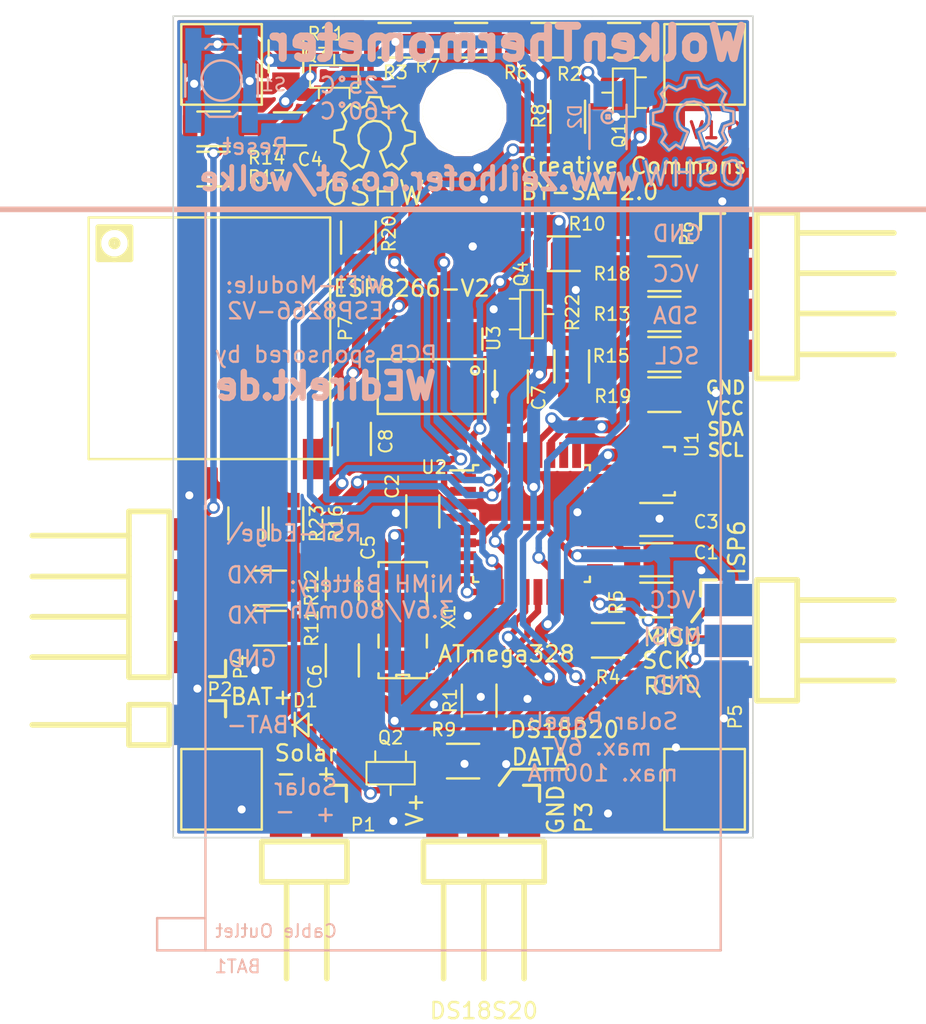
<source format=kicad_pcb>
(kicad_pcb (version 4) (host pcbnew "(2014-jul-16 BZR unknown)-product")
  (layers (0 F.Cu signal) (31 B.Cu signal hide) (34 B.Paste user) (35 F.Paste user) (36 B.SilkS user) (37 F.SilkS user) (38 B.Mask user) (39 F.Mask user) (44 Edge.Cuts user))
  (net 0 "")
  (net 1 VCC)
  (net 2 GND)
  (net 3 /RST\)
  (net 4 /VCC_WiFi)
  (net 5 /XTAL1)
  (net 6 /XTAL2)
  (net 7 /RXD)
  (net 8 /TXD)
  (net 9 "Net-(D1-PadA)")
  (net 10 "Net-(P3-Pad3)")
  (net 11 /UTXD)
  (net 12 /CH_PD\)
  (net 13 /URXD)
  (net 14 "Net-(Q1-PadD)")
  (net 15 /A6)
  (net 16 "Net-(C3-Pad1)")
  (net 17 /D8)
  (net 18 "Net-(P4-Pad2)")
  (net 19 "Net-(P4-Pad3)")
  (net 20 /D12)
  (net 21 /D13)
  (net 22 /D11)
  (net 23 "Net-(P6-Pad3)")
  (net 24 "Net-(P6-Pad4)")
  (net 25 /D4)
  (net 26 /D5)
  (net 27 /D10)
  (net 28 /D9)
  (net 29 /D3)
  (net 30 "Net-(Q4-PadD)")
  (net 31 /A4)
  (net 32 /A5)
  (net 33 /D7)
  (net 34 /D6)
  (net 35 /D2)
  (net 36 /A0)
  (net 37 /A1)
  (net 38 /A2)
  (net 39 /A3)
  (net 40 "Net-(U3-Pad5)")
  (net 41 /RST\_WiFi)
  (net 42 /Ard.RST\)
  (net 43 "Net-(D2-PadA)")
  (module zeilhofer:Battery-Pack-3xAAA (layer B.Cu) (at 125 114)
    (fp_text reference BAT1 (at -14 24) (layer B.SilkS) (effects (font (size 0.8 0.8) (thickness 0.12)) (justify mirror)))
    (fp_text value 3.6V/800mAh/NiMH (at 0.25 -15.25) (layer B.SilkS) (effects (font (size 0.01 0.01) (thickness 0.001)) (justify mirror)))
    (fp_text user "Cable Outlet" (at -11.6 21.8) (layer B.SilkS) (effects (font (size 0.8 0.8) (thickness 0.12)) (justify mirror)))
  )
  (module LEDs:LED-1206 (layer B.Cu) (at 134 85.25 270)
    (fp_text reference D2 (at 0 2.050001 270) (layer B.SilkS) (effects (font (size 0.8 0.8) (thickness 0.12)) (justify mirror)))
    (fp_text value green (at 0 -1.524 270) (layer B.SilkS) (effects (font (size 0.01 0.01) (thickness 0.001)) (justify mirror)))
    (pad A smd rect (at -1.41986 0 270) (size 1.59766 1.80086) (layers B.Cu B.Paste B.Mask) (net 43 "Net-(D2-PadA)"))
    (pad K smd rect (at 1.41986 0 270) (size 1.59766 1.80086) (layers B.Cu B.Paste B.Mask) (net 2 GND))
  )
  (module Symbols:Symbol_OSHW-Logo_CopperTop (layer B.Cu) (at 139.25 85.25 180)
    (fp_text reference Symbol_OSHW-Logo_CopperTop hide)
    (fp_text value VAL** hide)
    (fp_line (start 1.66878 -2.68986) (end 2.02946 -4.16052) (layer B.Cu) (width 0.381))
    (fp_line (start 2.02946 -4.16052) (end 2.30886 -3.0988) (layer B.Cu) (width 0.381))
    (fp_line (start 2.30886 -3.0988) (end 2.61874 -4.17068) (layer B.Cu) (width 0.381))
    (fp_line (start 2.61874 -4.17068) (end 2.9591 -2.72034) (layer B.Cu) (width 0.381))
    (fp_line (start 0.24892 -3.38074) (end 1.03886 -3.37058) (layer B.Cu) (width 0.381))
    (fp_line (start 1.03886 -3.37058) (end 1.04902 -3.38074) (layer B.Cu) (width 0.381))
    (fp_line (start 1.04902 -3.38074) (end 1.04902 -3.37058) (layer B.Cu) (width 0.381))
    (fp_line (start 1.08966 -2.65938) (end 1.08966 -4.20116) (layer B.Cu) (width 0.381))
    (fp_line (start 0.20066 -2.64922) (end 0.20066 -4.21894) (layer B.Cu) (width 0.381))
    (fp_line (start 0.20066 -4.21894) (end 0.21082 -4.20878) (layer B.Cu) (width 0.381))
    (fp_line (start -0.35052 -2.75082) (end -0.70104 -2.66954) (layer B.Cu) (width 0.381))
    (fp_line (start -0.70104 -2.66954) (end -1.02108 -2.65938) (layer B.Cu) (width 0.381))
    (fp_line (start -1.02108 -2.65938) (end -1.25984 -2.86004) (layer B.Cu) (width 0.381))
    (fp_line (start -1.25984 -2.86004) (end -1.29032 -3.12928) (layer B.Cu) (width 0.381))
    (fp_line (start -1.29032 -3.12928) (end -1.04902 -3.37058) (layer B.Cu) (width 0.381))
    (fp_line (start -1.04902 -3.37058) (end -0.6604 -3.50012) (layer B.Cu) (width 0.381))
    (fp_line (start -0.6604 -3.50012) (end -0.48006 -3.66014) (layer B.Cu) (width 0.381))
    (fp_line (start -0.48006 -3.66014) (end -0.43942 -3.95986) (layer B.Cu) (width 0.381))
    (fp_line (start -0.43942 -3.95986) (end -0.67056 -4.18084) (layer B.Cu) (width 0.381))
    (fp_line (start -0.67056 -4.18084) (end -0.9906 -4.20878) (layer B.Cu) (width 0.381))
    (fp_line (start -0.9906 -4.20878) (end -1.34112 -4.09956) (layer B.Cu) (width 0.381))
    (fp_line (start -2.37998 -2.64922) (end -2.6289 -2.66954) (layer B.Cu) (width 0.381))
    (fp_line (start -2.6289 -2.66954) (end -2.8702 -2.91084) (layer B.Cu) (width 0.381))
    (fp_line (start -2.8702 -2.91084) (end -2.9591 -3.40106) (layer B.Cu) (width 0.381))
    (fp_line (start -2.9591 -3.40106) (end -2.93116 -3.74904) (layer B.Cu) (width 0.381))
    (fp_line (start -2.93116 -3.74904) (end -2.7305 -4.06908) (layer B.Cu) (width 0.381))
    (fp_line (start -2.7305 -4.06908) (end -2.47904 -4.191) (layer B.Cu) (width 0.381))
    (fp_line (start -2.47904 -4.191) (end -2.16916 -4.11988) (layer B.Cu) (width 0.381))
    (fp_line (start -2.16916 -4.11988) (end -1.95072 -3.93954) (layer B.Cu) (width 0.381))
    (fp_line (start -1.95072 -3.93954) (end -1.8796 -3.4798) (layer B.Cu) (width 0.381))
    (fp_line (start -1.8796 -3.4798) (end -1.9304 -3.07086) (layer B.Cu) (width 0.381))
    (fp_line (start -1.9304 -3.07086) (end -2.03962 -2.78892) (layer B.Cu) (width 0.381))
    (fp_line (start -2.03962 -2.78892) (end -2.4003 -2.65938) (layer B.Cu) (width 0.381))
    (fp_line (start -1.78054 -0.92964) (end -2.03962 -1.49098) (layer B.Cu) (width 0.381))
    (fp_line (start -2.03962 -1.49098) (end -1.50114 -2.00914) (layer B.Cu) (width 0.381))
    (fp_line (start -1.50114 -2.00914) (end -0.98044 -1.7399) (layer B.Cu) (width 0.381))
    (fp_line (start -0.98044 -1.7399) (end -0.70104 -1.89992) (layer B.Cu) (width 0.381))
    (fp_line (start 0.73914 -1.8796) (end 1.06934 -1.6891) (layer B.Cu) (width 0.381))
    (fp_line (start 1.06934 -1.6891) (end 1.50876 -2.0193) (layer B.Cu) (width 0.381))
    (fp_line (start 1.50876 -2.0193) (end 1.9812 -1.52908) (layer B.Cu) (width 0.381))
    (fp_line (start 1.9812 -1.52908) (end 1.69926 -1.04902) (layer B.Cu) (width 0.381))
    (fp_line (start 1.69926 -1.04902) (end 1.88976 -0.57912) (layer B.Cu) (width 0.381))
    (fp_line (start 1.88976 -0.57912) (end 2.49936 -0.39116) (layer B.Cu) (width 0.381))
    (fp_line (start 2.49936 -0.39116) (end 2.49936 0.28956) (layer B.Cu) (width 0.381))
    (fp_line (start 2.49936 0.28956) (end 1.94056 0.42926) (layer B.Cu) (width 0.381))
    (fp_line (start 1.94056 0.42926) (end 1.7399 1.00076) (layer B.Cu) (width 0.381))
    (fp_line (start 1.7399 1.00076) (end 2.00914 1.47066) (layer B.Cu) (width 0.381))
    (fp_line (start 2.00914 1.47066) (end 1.53924 1.9812) (layer B.Cu) (width 0.381))
    (fp_line (start 1.53924 1.9812) (end 1.02108 1.71958) (layer B.Cu) (width 0.381))
    (fp_line (start 1.02108 1.71958) (end 0.55118 1.92024) (layer B.Cu) (width 0.381))
    (fp_line (start 0.55118 1.92024) (end 0.381 2.46126) (layer B.Cu) (width 0.381))
    (fp_line (start 0.381 2.46126) (end -0.30988 2.47904) (layer B.Cu) (width 0.381))
    (fp_line (start -0.30988 2.47904) (end -0.5207 1.9304) (layer B.Cu) (width 0.381))
    (fp_line (start -0.5207 1.9304) (end -0.9398 1.76022) (layer B.Cu) (width 0.381))
    (fp_line (start -0.9398 1.76022) (end -1.49098 2.02946) (layer B.Cu) (width 0.381))
    (fp_line (start -1.49098 2.02946) (end -2.00914 1.50114) (layer B.Cu) (width 0.381))
    (fp_line (start -2.00914 1.50114) (end -1.76022 0.96012) (layer B.Cu) (width 0.381))
    (fp_line (start -1.76022 0.96012) (end -1.9304 0.48006) (layer B.Cu) (width 0.381))
    (fp_line (start -1.9304 0.48006) (end -2.47904 0.381) (layer B.Cu) (width 0.381))
    (fp_line (start -2.47904 0.381) (end -2.4892 -0.32004) (layer B.Cu) (width 0.381))
    (fp_line (start -2.4892 -0.32004) (end -1.9304 -0.5207) (layer B.Cu) (width 0.381))
    (fp_line (start -1.9304 -0.5207) (end -1.7907 -0.91948) (layer B.Cu) (width 0.381))
    (fp_line (start 0.35052 -0.89916) (end 0.65024 -0.7493) (layer B.Cu) (width 0.381))
    (fp_line (start 0.65024 -0.7493) (end 0.8509 -0.55118) (layer B.Cu) (width 0.381))
    (fp_line (start 0.8509 -0.55118) (end 1.00076 -0.14986) (layer B.Cu) (width 0.381))
    (fp_line (start 1.00076 -0.14986) (end 1.00076 0.24892) (layer B.Cu) (width 0.381))
    (fp_line (start 1.00076 0.24892) (end 0.8509 0.59944) (layer B.Cu) (width 0.381))
    (fp_line (start 0.8509 0.59944) (end 0.39878 0.94996) (layer B.Cu) (width 0.381))
    (fp_line (start 0.39878 0.94996) (end -0.0508 1.00076) (layer B.Cu) (width 0.381))
    (fp_line (start -0.0508 1.00076) (end -0.44958 0.89916) (layer B.Cu) (width 0.381))
    (fp_line (start -0.44958 0.89916) (end -0.8509 0.55118) (layer B.Cu) (width 0.381))
    (fp_line (start -0.8509 0.55118) (end -1.00076 0.09906) (layer B.Cu) (width 0.381))
    (fp_line (start -1.00076 0.09906) (end -0.94996 -0.39878) (layer B.Cu) (width 0.381))
    (fp_line (start -0.94996 -0.39878) (end -0.70104 -0.70104) (layer B.Cu) (width 0.381))
    (fp_line (start -0.70104 -0.70104) (end -0.35052 -0.89916) (layer B.Cu) (width 0.381))
    (fp_line (start -0.35052 -0.89916) (end -0.70104 -1.89992) (layer B.Cu) (width 0.381))
    (fp_line (start 0.35052 -0.89916) (end 0.7493 -1.89992) (layer B.Cu) (width 0.381))
  )
  (module Diodes_SMD:Diode-MiniMELF_Handsoldering (layer F.Cu) (at 115 123 180)
    (fp_text reference D1 (at -0.2 1.5 180) (layer F.SilkS) (effects (font (size 0.8 0.8) (thickness 0.12))))
    (fp_text value LL4148 hide)
    (pad A smd rect (at -2.75082 0 180) (size 3.29946 1.69926) (layers F.Cu F.Paste F.Mask) (net 9 "Net-(D1-PadA)"))
    (pad K smd rect (at 2.75082 0 180) (size 3.29946 1.69926) (layers F.Cu F.Paste F.Mask) (net 1 VCC))
  )
  (module zeilhofer:sot23-gsd (layer F.Cu) (at 135 83.75 90)
    (fp_text reference Q1 (at -2.65 -0.3 90) (layer F.SilkS) (effects (font (size 0.8 0.8) (thickness 0.12))))
    (fp_text value BSS123 hide)
    (pad G smd rect (at -0.9525 1.05664 90) (size 0.59944 1.00076) (layers F.Cu F.Paste F.Mask) (net 27 /D10))
    (pad D smd rect (at 0 -1.05664 90) (size 0.59944 1.00076) (layers F.Cu F.Paste F.Mask) (net 14 "Net-(Q1-PadD)"))
    (pad S smd rect (at 0.9525 1.05664 90) (size 0.59944 1.00076) (layers F.Cu F.Paste F.Mask) (net 2 GND))
  )
  (module zeilhofer:sot23-gsd (layer F.Cu) (at 120.5 126 180)
    (fp_text reference Q2 (at 0 2.2 180) (layer F.SilkS) (effects (font (size 0.8 0.8) (thickness 0.12))))
    (fp_text value BSS308 hide)
    (pad G smd rect (at -0.9525 1.05664 180) (size 0.59944 1.00076) (layers F.Cu F.Paste F.Mask) (net 28 /D9))
    (pad D smd rect (at 0 -1.05664 180) (size 0.59944 1.00076) (layers F.Cu F.Paste F.Mask) (net 10 "Net-(P3-Pad3)"))
    (pad S smd rect (at 0.9525 1.05664 180) (size 0.59944 1.00076) (layers F.Cu F.Paste F.Mask) (net 1 VCC))
  )
  (module zeilhofer:sot23-gsd (layer F.Cu) (at 117 82.75)
    (fp_text reference Q3 (at -1.1 -1.35) (layer F.SilkS) (effects (font (size 0.8 0.8) (thickness 0.12))))
    (fp_text value BSS123 hide)
    (pad G smd rect (at -0.9525 1.05664) (size 0.59944 1.00076) (layers F.Cu F.Paste F.Mask) (net 29 /D3))
    (pad D smd rect (at 0 -1.05664) (size 0.59944 1.00076) (layers F.Cu F.Paste F.Mask) (net 42 /Ard.RST\))
    (pad S smd rect (at 0.9525 1.05664) (size 0.59944 1.00076) (layers F.Cu F.Paste F.Mask) (net 2 GND))
  )
  (module Housings_SOT-23_SOT-143_TSOT-6:SOT23_Handsoldering (layer F.Cu) (at 137.5 107.25 270)
    (fp_text reference U1 (at -1.65 -1.7 270) (layer F.SilkS) (effects (font (size 0.8 0.8) (thickness 0.12))))
    (fp_text value LM431SCCM32X (at 0 3.81 270) (layer F.SilkS) (effects (font (size 0.01 0.01) (thickness 0.001))))
    (pad 1 smd rect (at -0.95 1.50114 270) (size 0.8001 1.80086) (layers F.Cu F.Paste F.Mask) (net 16 "Net-(C3-Pad1)"))
    (pad 2 smd rect (at 0.95 1.50114 270) (size 0.8001 1.80086) (layers F.Cu F.Paste F.Mask) (net 16 "Net-(C3-Pad1)"))
    (pad 3 smd rect (at 0 -1.50114 270) (size 0.8001 1.80086) (layers F.Cu F.Paste F.Mask) (net 2 GND))
  )
  (module git_xtal:Resonator_7.2x3mm (layer F.Cu) (at 121.25 116.5 90)
    (fp_text reference X1 (at 0.2 2.85 90) (layer F.SilkS) (effects (font (size 0.8 0.8) (thickness 0.12))))
    (fp_text value "RESONATOR 8MHz" (at 0 3.5 90) (layer F.SilkS) (effects (font (size 0.01 0.01) (thickness 0.001))))
    (pad 1 smd rect (at -2.5 0 90) (size 1.2 4) (layers F.Cu F.Paste F.Mask) (net 6 /XTAL2))
    (pad 2 smd rect (at 0 0 90) (size 1.4 4) (layers F.Cu F.Paste F.Mask) (net 2 GND))
    (pad 3 smd rect (at 2.5 0 90) (size 1.2 4) (layers F.Cu F.Paste F.Mask) (net 5 /XTAL1))
  )
  (module Capacitors_SMD:C_1206 (layer F.Cu) (at 117.5 119 90)
    (fp_text reference C6 (at -1 -1.7 90) (layer F.SilkS) (effects (font (size 0.8 0.8) (thickness 0.12))))
    (fp_text value DNP (at 0 2.3 90) (layer F.SilkS) (effects (font (size 0.01 0.01) (thickness 0.001))))
    (pad 1 smd rect (at -1.5 0 90) (size 1 1.6) (layers F.Cu F.Paste F.Mask) (net 6 /XTAL2))
    (pad 2 smd rect (at 1.5 0 90) (size 1 1.6) (layers F.Cu F.Paste F.Mask) (net 2 GND))
  )
  (module Capacitors_SMD:C_1206 (layer F.Cu) (at 117.5 114.25 270)
    (fp_text reference C5 (at -2.25 -1.6 270) (layer F.SilkS) (effects (font (size 0.8 0.8) (thickness 0.12))))
    (fp_text value DNP (at 0 2.3 270) (layer F.SilkS) (effects (font (size 0.01 0.01) (thickness 0.001))))
    (pad 1 smd rect (at -1.5 0 270) (size 1 1.6) (layers F.Cu F.Paste F.Mask) (net 5 /XTAL1))
    (pad 2 smd rect (at 1.5 0 270) (size 1 1.6) (layers F.Cu F.Paste F.Mask) (net 2 GND))
  )
  (module Capacitors_SMD:C_1206 (layer F.Cu) (at 114.25 86 180)
    (fp_text reference C4 (at -1.25 -1.9 180) (layer F.SilkS) (effects (font (size 0.8 0.8) (thickness 0.12))))
    (fp_text value 100n (at 0 2.3 180) (layer F.SilkS) (effects (font (size 0.01 0.01) (thickness 0.001))))
    (pad 1 smd rect (at -1.5 0 180) (size 1 1.6) (layers F.Cu F.Paste F.Mask) (net 3 /RST\))
    (pad 2 smd rect (at 1.5 0 180) (size 1 1.6) (layers F.Cu F.Paste F.Mask) (net 42 /Ard.RST\))
  )
  (module Capacitors_SMD:C_1206 (layer F.Cu) (at 137 110.25)
    (fp_text reference C3 (at 3.1 0.15) (layer F.SilkS) (effects (font (size 0.8 0.8) (thickness 0.12))))
    (fp_text value 100n (at 0 2.3) (layer F.SilkS) (effects (font (size 0.01 0.01) (thickness 0.001))))
    (pad 1 smd rect (at -1.5 0) (size 1 1.6) (layers F.Cu F.Paste F.Mask) (net 16 "Net-(C3-Pad1)"))
    (pad 2 smd rect (at 1.5 0) (size 1 1.6) (layers F.Cu F.Paste F.Mask) (net 2 GND))
  )
  (module Capacitors_SMD:C_1206 (layer F.Cu) (at 122.5 109.75 90)
    (fp_text reference C2 (at 1.55 -1.9 90) (layer F.SilkS) (effects (font (size 0.8 0.8) (thickness 0.12))))
    (fp_text value 10u/10V/X7R (at 0 2.3 90) (layer F.SilkS) (effects (font (size 0.01 0.01) (thickness 0.001))))
    (pad 1 smd rect (at -1.5 0 90) (size 1 1.6) (layers F.Cu F.Paste F.Mask) (net 1 VCC))
    (pad 2 smd rect (at 1.5 0 90) (size 1 1.6) (layers F.Cu F.Paste F.Mask) (net 2 GND))
  )
  (module Capacitors_SMD:C_1206 (layer F.Cu) (at 137 112.75)
    (fp_text reference C1 (at 3.1 -0.45) (layer F.SilkS) (effects (font (size 0.8 0.8) (thickness 0.12))))
    (fp_text value 100n (at 0 2.3) (layer F.SilkS) (effects (font (size 0.01 0.01) (thickness 0.001))))
    (pad 1 smd rect (at -1.5 0) (size 1 1.6) (layers F.Cu F.Paste F.Mask) (net 15 /A6))
    (pad 2 smd rect (at 1.5 0) (size 1 1.6) (layers F.Cu F.Paste F.Mask) (net 2 GND))
  )
  (module Capacitors_SMD:C_1206 (layer F.Cu) (at 128 102 270)
    (fp_text reference C7 (at 0.7 -1.7 270) (layer F.SilkS) (effects (font (size 0.8 0.8) (thickness 0.12))))
    (fp_text value 10u/10V/X7R (at 0 2.3 270) (layer F.SilkS) (effects (font (size 0.01 0.01) (thickness 0.001))))
    (pad 1 smd rect (at -1.5 0 270) (size 1 1.6) (layers F.Cu F.Paste F.Mask) (net 1 VCC))
    (pad 2 smd rect (at 1.5 0 270) (size 1 1.6) (layers F.Cu F.Paste F.Mask) (net 2 GND))
  )
  (module Capacitors_SMD:C_1206 (layer F.Cu) (at 118.25 105.25 270)
    (fp_text reference C8 (at 0.15 -1.95 270) (layer F.SilkS) (effects (font (size 0.8 0.8) (thickness 0.12))))
    (fp_text value 10u/10V/X7R (at 0 2.3 270) (layer F.SilkS) (effects (font (size 0.01 0.01) (thickness 0.001))))
    (pad 1 smd rect (at -1.5 0 270) (size 1 1.6) (layers F.Cu F.Paste F.Mask) (net 4 /VCC_WiFi))
    (pad 2 smd rect (at 1.5 0 270) (size 1 1.6) (layers F.Cu F.Paste F.Mask) (net 2 GND))
  )
  (module wifi-sensor:Solar-Panel_60x60mm (layer B.Cu) (at 125 121)
    (fp_text reference G1 (at -28 31) (layer B.SilkS) (effects (font (size 0.8 0.8) (thickness 0.12)) (justify mirror)))
    (fp_text value "Solar Panel 6V/0.5W" (at 0 -28) (layer B.SilkS) (effects (font (size 0.01 0.01) (thickness 0.001)) (justify mirror)))
  )
  (module zeilhofer:ESP8266-V2 (layer F.Cu) (at 115.75 99 90)
    (fp_text reference P7 (at 0.6 1.95 90) (layer F.SilkS) (effects (font (size 0.8 0.8) (thickness 0.12))))
    (fp_text value WIFI (at -5.5 -14.8 90) (layer F.SilkS) (effects (font (size 0.01 0.01) (thickness 0.001))))
    (pad 7 smd rect (at -7.5 0 90) (size 2.5 1.4) (layers F.Cu F.Paste F.Mask) (net 4 /VCC_WiFi))
    (pad 1 smd rect (at -7.5 -2.54 90) (size 2.5 1.4) (layers F.Cu F.Paste F.Mask) (net 11 /UTXD))
    (pad 8 smd rect (at -7.5 -5.08 90) (size 2.5 1.4) (layers F.Cu F.Paste F.Mask) (net 13 /URXD))
    (pad 2 smd rect (at -7.5 -7.62 90) (size 2.5 1.4) (layers F.Cu F.Paste F.Mask) (net 2 GND))
    (pad 3 smd rect (at 7.5 0 90) (size 2.5 1.4) (layers F.Cu F.Paste F.Mask) (net 12 /CH_PD\))
    (pad 6 smd rect (at 7.5 -2.54 90) (size 2.5 1.4) (layers F.Cu F.Paste F.Mask) (net 25 /D4))
    (pad 4 smd rect (at 7.5 -5.08 90) (size 2.5 1.4) (layers F.Cu F.Paste F.Mask) (net 26 /D5))
    (pad 5 smd rect (at 7.5 -7.62 90) (size 2.5 1.4) (layers F.Cu F.Paste F.Mask) (net 41 /RST\_WiFi))
  )
  (module zeilhofer:sot23-gsd (layer F.Cu) (at 129.25 97.5 270)
    (fp_text reference Q4 (at -2.5 0.65 270) (layer F.SilkS) (effects (font (size 0.8 0.8) (thickness 0.12))))
    (fp_text value BSS123 hide)
    (pad G smd rect (at -0.9525 1.05664 270) (size 0.59944 1.00076) (layers F.Cu F.Paste F.Mask) (net 29 /D3))
    (pad D smd rect (at 0 -1.05664 270) (size 0.59944 1.00076) (layers F.Cu F.Paste F.Mask) (net 30 "Net-(Q4-PadD)"))
    (pad S smd rect (at 0.9525 1.05664 270) (size 0.59944 1.00076) (layers F.Cu F.Paste F.Mask) (net 2 GND))
  )
  (module Housings_QFP:TQFP-32_7x7mm_Pitch0.8mm (layer F.Cu) (at 129.25 110.5)
    (fp_text reference U2 (at -6.05 -3.5) (layer F.SilkS) (effects (font (size 0.8 0.8) (thickness 0.12))))
    (fp_text value ATMEGA328P-A (at 0 6.05) (layer F.SilkS) (effects (font (size 0.01 0.01) (thickness 0.001))))
    (pad 1 smd rect (at -4.25 -2.8) (size 1.6 0.55) (layers F.Cu F.Paste F.Mask) (net 29 /D3))
    (pad 2 smd rect (at -4.25 -2) (size 1.6 0.55) (layers F.Cu F.Paste F.Mask) (net 25 /D4))
    (pad 3 smd rect (at -4.25 -1.2) (size 1.6 0.55) (layers F.Cu F.Paste F.Mask) (net 2 GND))
    (pad 4 smd rect (at -4.25 -0.4) (size 1.6 0.55) (layers F.Cu F.Paste F.Mask) (net 1 VCC))
    (pad 5 smd rect (at -4.25 0.4) (size 1.6 0.55) (layers F.Cu F.Paste F.Mask) (net 2 GND))
    (pad 6 smd rect (at -4.25 1.2) (size 1.6 0.55) (layers F.Cu F.Paste F.Mask) (net 1 VCC))
    (pad 7 smd rect (at -4.25 2) (size 1.6 0.55) (layers F.Cu F.Paste F.Mask) (net 5 /XTAL1))
    (pad 8 smd rect (at -4.25 2.8) (size 1.6 0.55) (layers F.Cu F.Paste F.Mask) (net 6 /XTAL2))
    (pad 9 smd rect (at -2.8 4.25 90) (size 1.6 0.55) (layers F.Cu F.Paste F.Mask) (net 26 /D5))
    (pad 10 smd rect (at -2 4.25 90) (size 1.6 0.55) (layers F.Cu F.Paste F.Mask) (net 34 /D6))
    (pad 11 smd rect (at -1.2 4.25 90) (size 1.6 0.55) (layers F.Cu F.Paste F.Mask) (net 33 /D7))
    (pad 12 smd rect (at -0.4 4.25 90) (size 1.6 0.55) (layers F.Cu F.Paste F.Mask) (net 17 /D8))
    (pad 13 smd rect (at 0.4 4.25 90) (size 1.6 0.55) (layers F.Cu F.Paste F.Mask) (net 28 /D9))
    (pad 14 smd rect (at 1.2 4.25 90) (size 1.6 0.55) (layers F.Cu F.Paste F.Mask) (net 27 /D10))
    (pad 15 smd rect (at 2 4.25 90) (size 1.6 0.55) (layers F.Cu F.Paste F.Mask) (net 22 /D11))
    (pad 16 smd rect (at 2.8 4.25 90) (size 1.6 0.55) (layers F.Cu F.Paste F.Mask) (net 20 /D12))
    (pad 17 smd rect (at 4.25 2.8) (size 1.6 0.55) (layers F.Cu F.Paste F.Mask) (net 21 /D13))
    (pad 18 smd rect (at 4.25 2) (size 1.6 0.55) (layers F.Cu F.Paste F.Mask) (net 1 VCC))
    (pad 19 smd rect (at 4.25 1.2) (size 1.6 0.55) (layers F.Cu F.Paste F.Mask) (net 15 /A6))
    (pad 20 smd rect (at 4.25 0.4) (size 1.6 0.55) (layers F.Cu F.Paste F.Mask) (net 16 "Net-(C3-Pad1)"))
    (pad 21 smd rect (at 4.25 -0.4) (size 1.6 0.55) (layers F.Cu F.Paste F.Mask) (net 2 GND))
    (pad 22 smd rect (at 4.25 -1.2) (size 1.6 0.55) (layers F.Cu F.Paste F.Mask) (net 2 GND))
    (pad 23 smd rect (at 4.25 -2) (size 1.6 0.55) (layers F.Cu F.Paste F.Mask) (net 36 /A0))
    (pad 24 smd rect (at 4.25 -2.8) (size 1.6 0.55) (layers F.Cu F.Paste F.Mask) (net 37 /A1))
    (pad 25 smd rect (at 2.8 -4.25 90) (size 1.6 0.55) (layers F.Cu F.Paste F.Mask) (net 38 /A2))
    (pad 26 smd rect (at 2 -4.25 90) (size 1.6 0.55) (layers F.Cu F.Paste F.Mask) (net 39 /A3))
    (pad 27 smd rect (at 1.2 -4.25 90) (size 1.6 0.55) (layers F.Cu F.Paste F.Mask) (net 31 /A4))
    (pad 28 smd rect (at 0.4 -4.25 90) (size 1.6 0.55) (layers F.Cu F.Paste F.Mask) (net 32 /A5))
    (pad 29 smd rect (at -0.4 -4.25 90) (size 1.6 0.55) (layers F.Cu F.Paste F.Mask) (net 3 /RST\))
    (pad 30 smd rect (at -1.2 -4.25 90) (size 1.6 0.55) (layers F.Cu F.Paste F.Mask) (net 7 /RXD))
    (pad 31 smd rect (at -2 -4.25 90) (size 1.6 0.55) (layers F.Cu F.Paste F.Mask) (net 8 /TXD))
    (pad 32 smd rect (at -2.8 -4.25 90) (size 1.6 0.55) (layers F.Cu F.Paste F.Mask) (net 35 /D2))
  )
  (module git_local_smd_packages:SOT-223-5_1.27mm-pitch (layer F.Cu) (at 123 99 180)
    (fp_text reference U3 (at -3.9 0 270) (layer F.SilkS) (effects (font (size 0.8 0.8) (thickness 0.12))))
    (fp_text value MCP1825T-3002E_DCCT (at 0 2.25 180) (layer F.SilkS) (effects (font (size 0.01 0.01) (thickness 0.001))))
    (pad 1 smd rect (at -2.54 0 180) (size 0.65 2) (layers F.Cu F.Paste F.Mask) (net 30 "Net-(Q4-PadD)"))
    (pad 2 smd rect (at -1.27 0 180) (size 0.65 2) (layers F.Cu F.Paste F.Mask) (net 1 VCC))
    (pad 3 smd rect (at 0 0 180) (size 0.65 2) (layers F.Cu F.Paste F.Mask) (net 2 GND))
    (pad 4 smd rect (at 1.27 0 180) (size 0.65 2) (layers F.Cu F.Paste F.Mask) (net 4 /VCC_WiFi))
    (pad 5 smd rect (at 2.54 0 180) (size 0.65 2) (layers F.Cu F.Paste F.Mask) (net 40 "Net-(U3-Pad5)"))
    (pad 6 smd rect (at 0 -6 180) (size 3.2 2) (layers F.Cu F.Paste F.Mask) (net 2 GND))
  )
  (module wifi-sensor:Switch_SMT_TL3315 (layer B.Cu) (at 110 83 90)
    (fp_text reference S1 (at -0.25 3.25 360) (layer B.SilkS) (effects (font (size 0.8 0.8) (thickness 0.12)) (justify mirror)))
    (fp_text value Reset (at 0.25 -3.75 90) (layer B.SilkS) (effects (font (size 0.01 0.01) (thickness 0.001)) (justify mirror)))
    (pad 1 smd rect (at -2.25 1.75 90) (size 2 1) (layers B.Cu B.Paste B.Mask) (net 29 /D3))
    (pad 1 smd rect (at 2.25 1.75 90) (size 2 1) (layers B.Cu B.Paste B.Mask) (net 29 /D3))
    (pad 2 smd rect (at -2.25 -1.75 90) (size 2 1) (layers B.Cu B.Paste B.Mask) (net 1 VCC))
    (pad 2 smd rect (at 2.25 -1.75 90) (size 2 1) (layers B.Cu B.Paste B.Mask) (net 1 VCC))
  )
  (module wifi-sensor:Holzfuss (layer F.Cu) (at 110 82)
    (fp_text reference Ref** hide)
    (fp_text value Holzfuß (at 0 -0.2) (layer F.SilkS) (effects (font (size 0.01 0.01) (thickness 0.001))))
  )
  (module wifi-sensor:Holzfuss (layer F.Cu) (at 140 82)
    (fp_text reference Ref** hide)
    (fp_text value Holzfuß (at 0 -0.2) (layer F.SilkS) (effects (font (size 0.01 0.01) (thickness 0.001))))
  )
  (module wifi-sensor:Holzfuss (layer F.Cu) (at 140 127)
    (fp_text reference Ref** hide)
    (fp_text value Holzfuß (at 0 -0.2) (layer F.SilkS) (effects (font (size 0.01 0.01) (thickness 0.001))))
  )
  (module wifi-sensor:Holzfuss (layer F.Cu) (at 110 127)
    (fp_text reference Ref** hide)
    (fp_text value Holzfuß (at 0 -0.2) (layer F.SilkS) (effects (font (size 0.01 0.01) (thickness 0.001))))
  )
  (module zeilhofer:Drill-5mm (layer F.Cu) (at 125 85)
    (fp_text reference Drill-5mm hide)
    (fp_text value VAL** (at 0 0) (layer F.SilkS) (effects (font (size 0.01 0.01) (thickness 0.001))))
    (pad "" np_thru_hole circle (at 0 0) (size 5 5) (drill 5) (layers *.Cu *.Mask F.SilkS))
  )
  (module Symbols:Symbol_OSHW-Logo_SilkScreen (layer B.Cu) (at 139.3 85.3 180)
    (fp_text reference Symbol_OSHW-Logo_SilkScreen hide)
    (fp_text value VAL** hide)
  )
  (module wifi-sensor:Pinheader_01x04_Edge_SMT (layer F.Cu) (at 108.5 116.25 180)
    (fp_text reference P4 (at -2.7 -3.15 450) (layer F.SilkS) (effects (font (size 0.8 0.8) (thickness 0.12))))
    (fp_text value Arduino-Programming (at 12.25 -0.04 270) (layer F.SilkS) (effects (font (size 0.01 0.01) (thickness 0.001))))
    (pad 1 smd rect (at 0 -2.54 180) (size 3 2) (layers F.Cu F.Paste F.Mask) (net 2 GND))
    (pad 2 smd rect (at 0 0 180) (size 3 2) (layers F.Cu F.Paste F.Mask) (net 18 "Net-(P4-Pad2)"))
    (pad 3 smd rect (at 0 2.54 180) (size 3 2) (layers F.Cu F.Paste F.Mask) (net 19 "Net-(P4-Pad3)"))
    (pad 4 smd rect (at 0 5.08 180) (size 3 2) (layers F.Cu F.Paste F.Mask) (net 42 /Ard.RST\))
  )
  (module wifi-sensor:Pinheader_01x02_Edge_SMT (layer F.Cu) (at 114 128.5 270)
    (fp_text reference P1 (at 0.7 -4.8 360) (layer F.SilkS) (effects (font (size 0.8 0.8) (thickness 0.12))))
    (fp_text value SolarPanel (at 12.25 -0.04 360) (layer F.SilkS) (effects (font (size 0.01 0.01) (thickness 0.001))))
    (pad 1 smd rect (at 0 -2.54 270) (size 3 2) (layers F.Cu F.Paste F.Mask) (net 9 "Net-(D1-PadA)"))
    (pad 2 smd rect (at 0 0 270) (size 3 2) (layers F.Cu F.Paste F.Mask) (net 2 GND))
  )
  (module wifi-sensor:Pinheader_02x01_Edge_SMT (layer F.Cu) (at 108.5 123 180)
    (fp_text reference P2 (at -1.4 2.2 180) (layer F.SilkS) (effects (font (size 0.8 0.8) (thickness 0.12))))
    (fp_text value Battery (at 12 0 270) (layer F.SilkS) (effects (font (size 0.01 0.01) (thickness 0.001))))
    (pad 1 smd rect (at 0 0 180) (size 3 2.5) (layers F.Cu F.Paste F.Mask) (net 1 VCC))
    (pad 2 smd rect (at 0 0 180) (size 3 2.5) (layers B.Cu B.Paste B.Mask) (net 2 GND))
  )
  (module wifi-sensor:Pinheader_02x03_Edge_SMT (layer F.Cu) (at 141.5 115.25)
    (fp_text reference P5 (at 0.4 7.25 90) (layer F.SilkS) (effects (font (size 0.8 0.8) (thickness 0.12))))
    (fp_text value "ISP 6-pin" (at -0.5 -3.5) (layer F.SilkS) (effects (font (size 0.01 0.01) (thickness 0.001))))
    (pad 1 smd rect (at 0 0) (size 3 2) (layers F.Cu F.Paste F.Mask) (net 20 /D12))
    (pad 2 smd rect (at 0 0) (size 3 2) (layers B.Cu B.Paste B.Mask) (net 1 VCC))
    (pad 3 smd rect (at 0 2.54) (size 3 2) (layers F.Cu F.Paste F.Mask) (net 21 /D13))
    (pad 4 smd rect (at 0 2.54) (size 3 2) (layers B.Cu B.Paste B.Mask) (net 22 /D11))
    (pad 5 smd rect (at 0 5.08) (size 3 2) (layers F.Cu F.Paste F.Mask) (net 3 /RST\))
    (pad 6 smd rect (at 0 5.08) (size 3 2) (layers B.Cu B.Paste B.Mask) (net 2 GND))
  )
  (module wifi-sensor:Pinheader_01x04_Edge_SMT (layer F.Cu) (at 141.5 95)
    (fp_text reference P6 (at -2.6 -2.5 90) (layer F.SilkS) (effects (font (size 0.8 0.8) (thickness 0.12))))
    (fp_text value I2C-Bus (at 12.25 -0.04 90) (layer F.SilkS) (effects (font (size 0.01 0.01) (thickness 0.001))))
    (pad 1 smd rect (at 0 -2.54) (size 3 2) (layers F.Cu F.Paste F.Mask) (net 2 GND))
    (pad 2 smd rect (at 0 0) (size 3 2) (layers F.Cu F.Paste F.Mask) (net 1 VCC))
    (pad 3 smd rect (at 0 2.54) (size 3 2) (layers F.Cu F.Paste F.Mask) (net 23 "Net-(P6-Pad3)"))
    (pad 4 smd rect (at 0 5.08) (size 3 2) (layers F.Cu F.Paste F.Mask) (net 24 "Net-(P6-Pad4)"))
  )
  (module Resistors_SMD:R_1206 (layer F.Cu) (at 126 121.5 90)
    (fp_text reference R1 (at 0 -1.8 90) (layer F.SilkS) (effects (font (size 0.8 0.8) (thickness 0.12))))
    (fp_text value 1k (at 0 2.3 90) (layer F.SilkS) (effects (font (size 0.01 0.01) (thickness 0.001))))
    (pad 1 smd rect (at -1.45 0 90) (size 0.9 1.7) (layers F.Cu F.Paste F.Mask) (net 10 "Net-(P3-Pad3)"))
    (pad 2 smd rect (at 1.45 0 90) (size 0.9 1.7) (layers F.Cu F.Paste F.Mask) (net 16 "Net-(C3-Pad1)"))
  )
  (module Resistors_SMD:R_1206 (layer F.Cu) (at 135 80.5)
    (fp_text reference R2 (at -3.4 2.1) (layer F.SilkS) (effects (font (size 0.8 0.8) (thickness 0.12))))
    (fp_text value 150R (at 0 2.3) (layer F.SilkS) (effects (font (size 0.01 0.01) (thickness 0.001))))
    (pad 1 smd rect (at -1.45 0) (size 0.9 1.7) (layers F.Cu F.Paste F.Mask) (net 1 VCC))
    (pad 2 smd rect (at 1.45 0) (size 0.9 1.7) (layers F.Cu F.Paste F.Mask) (net 14 "Net-(Q1-PadD)"))
  )
  (module Resistors_SMD:R_1206 (layer F.Cu) (at 120.75 80.5 180)
    (fp_text reference R3 (at -0.05 -2 180) (layer F.SilkS) (effects (font (size 0.8 0.8) (thickness 0.12))))
    (fp_text value 150R (at 0 2.3 180) (layer F.SilkS) (effects (font (size 0.01 0.01) (thickness 0.001))))
    (pad 1 smd rect (at -1.45 0 180) (size 0.9 1.7) (layers F.Cu F.Paste F.Mask) (net 1 VCC))
    (pad 2 smd rect (at 1.45 0 180) (size 0.9 1.7) (layers F.Cu F.Paste F.Mask) (net 14 "Net-(Q1-PadD)"))
  )
  (module Resistors_SMD:R_1206 (layer F.Cu) (at 134 117.75 180)
    (fp_text reference R4 (at 0 -2.3 180) (layer F.SilkS) (effects (font (size 0.8 0.8) (thickness 0.12))))
    (fp_text value 1k (at 0 2.3 180) (layer F.SilkS) (effects (font (size 0.01 0.01) (thickness 0.001))))
    (pad 1 smd rect (at -1.45 0 180) (size 0.9 1.7) (layers F.Cu F.Paste F.Mask) (net 15 /A6))
    (pad 2 smd rect (at 1.45 0 180) (size 0.9 1.7) (layers F.Cu F.Paste F.Mask) (net 10 "Net-(P3-Pad3)"))
  )
  (module Resistors_SMD:R_1206 (layer F.Cu) (at 137 115.25 180)
    (fp_text reference R5 (at 2.5 -0.15 270) (layer F.SilkS) (effects (font (size 0.8 0.8) (thickness 0.12))))
    (fp_text value 1k (at 0 2.3 180) (layer F.SilkS) (effects (font (size 0.01 0.01) (thickness 0.001))))
    (pad 1 smd rect (at -1.45 0 180) (size 0.9 1.7) (layers F.Cu F.Paste F.Mask) (net 2 GND))
    (pad 2 smd rect (at 1.45 0 180) (size 0.9 1.7) (layers F.Cu F.Paste F.Mask) (net 15 /A6))
  )
  (module Resistors_SMD:R_1206 (layer F.Cu) (at 130.25 80.5 180)
    (fp_text reference R6 (at 1.95 -2 180) (layer F.SilkS) (effects (font (size 0.8 0.8) (thickness 0.12))))
    (fp_text value 150R (at 0 2.3 180) (layer F.SilkS) (effects (font (size 0.01 0.01) (thickness 0.001))))
    (pad 1 smd rect (at -1.45 0 180) (size 0.9 1.7) (layers F.Cu F.Paste F.Mask) (net 1 VCC))
    (pad 2 smd rect (at 1.45 0 180) (size 0.9 1.7) (layers F.Cu F.Paste F.Mask) (net 14 "Net-(Q1-PadD)"))
  )
  (module Resistors_SMD:R_1206 (layer F.Cu) (at 125.5 80.5)
    (fp_text reference R7 (at -2.7 1.6) (layer F.SilkS) (effects (font (size 0.8 0.8) (thickness 0.12))))
    (fp_text value 150R (at 0 2.3) (layer F.SilkS) (effects (font (size 0.01 0.01) (thickness 0.001))))
    (pad 1 smd rect (at -1.45 0) (size 0.9 1.7) (layers F.Cu F.Paste F.Mask) (net 1 VCC))
    (pad 2 smd rect (at 1.45 0) (size 0.9 1.7) (layers F.Cu F.Paste F.Mask) (net 14 "Net-(Q1-PadD)"))
  )
  (module Resistors_SMD:R_1206 (layer F.Cu) (at 131.5 85.25 270)
    (fp_text reference R8 (at -0.05 1.8 270) (layer F.SilkS) (effects (font (size 0.8 0.8) (thickness 0.12))))
    (fp_text value 1k (at 0 2.3 270) (layer F.SilkS) (effects (font (size 0.01 0.01) (thickness 0.001))))
    (pad 1 smd rect (at -1.45 0 270) (size 0.9 1.7) (layers F.Cu F.Paste F.Mask) (net 43 "Net-(D2-PadA)"))
    (pad 2 smd rect (at 1.45 0 270) (size 0.9 1.7) (layers F.Cu F.Paste F.Mask) (net 10 "Net-(P3-Pad3)"))
  )
  (module Resistors_SMD:R_1206 (layer F.Cu) (at 125 125.25)
    (fp_text reference R9 (at -1.2 -1.95) (layer F.SilkS) (effects (font (size 0.8 0.8) (thickness 0.12))))
    (fp_text value 4k7 (at 0 2.3) (layer F.SilkS) (effects (font (size 0.01 0.01) (thickness 0.001))))
    (pad 1 smd rect (at -1.45 0) (size 0.9 1.7) (layers F.Cu F.Paste F.Mask) (net 10 "Net-(P3-Pad3)"))
    (pad 2 smd rect (at 1.45 0) (size 0.9 1.7) (layers F.Cu F.Paste F.Mask) (net 17 /D8))
  )
  (module Resistors_SMD:R_1206 (layer F.Cu) (at 131.25 93.75)
    (fp_text reference R10 (at 1.45 -1.85) (layer F.SilkS) (effects (font (size 0.8 0.8) (thickness 0.12))))
    (fp_text value 1k (at 0 2.3) (layer F.SilkS) (effects (font (size 0.01 0.01) (thickness 0.001))))
    (pad 1 smd rect (at -1.45 0) (size 0.9 1.7) (layers F.Cu F.Paste F.Mask) (net 3 /RST\))
    (pad 2 smd rect (at 1.45 0) (size 0.9 1.7) (layers F.Cu F.Paste F.Mask) (net 1 VCC))
  )
  (module Resistors_SMD:R_1206 (layer F.Cu) (at 113 117 180)
    (fp_text reference R11 (at -2.6 0 270) (layer F.SilkS) (effects (font (size 0.8 0.8) (thickness 0.12))))
    (fp_text value 1k (at 0 2.3 180) (layer F.SilkS) (effects (font (size 0.01 0.01) (thickness 0.001))))
    (pad 1 smd rect (at -1.45 0 180) (size 0.9 1.7) (layers F.Cu F.Paste F.Mask) (net 8 /TXD))
    (pad 2 smd rect (at 1.45 0 180) (size 0.9 1.7) (layers F.Cu F.Paste F.Mask) (net 18 "Net-(P4-Pad2)"))
  )
  (module Resistors_SMD:R_1206 (layer F.Cu) (at 113 114.5 180)
    (fp_text reference R12 (at -2.6 0 270) (layer F.SilkS) (effects (font (size 0.8 0.8) (thickness 0.12))))
    (fp_text value 1k (at 0 2.3 180) (layer F.SilkS) (effects (font (size 0.01 0.01) (thickness 0.001))))
    (pad 1 smd rect (at -1.45 0 180) (size 0.9 1.7) (layers F.Cu F.Paste F.Mask) (net 7 /RXD))
    (pad 2 smd rect (at 1.45 0 180) (size 0.9 1.7) (layers F.Cu F.Paste F.Mask) (net 19 "Net-(P4-Pad3)"))
  )
  (module Resistors_SMD:R_1206 (layer F.Cu) (at 137.5 97.5)
    (fp_text reference R13 (at -3.25 0) (layer F.SilkS) (effects (font (size 0.8 0.8) (thickness 0.12))))
    (fp_text value 100R (at 0 2.3) (layer F.SilkS) (effects (font (size 0.01 0.01) (thickness 0.001))))
    (pad 1 smd rect (at -1.45 0) (size 0.9 1.7) (layers F.Cu F.Paste F.Mask) (net 31 /A4))
    (pad 2 smd rect (at 1.45 0) (size 0.9 1.7) (layers F.Cu F.Paste F.Mask) (net 23 "Net-(P6-Pad3)"))
  )
  (module Resistors_SMD:R_1206 (layer F.Cu) (at 109.5 86 180)
    (fp_text reference R14 (at -3.3 -1.8 180) (layer F.SilkS) (effects (font (size 0.8 0.8) (thickness 0.12))))
    (fp_text value 100k (at 0 2.3 180) (layer F.SilkS) (effects (font (size 0.01 0.01) (thickness 0.001))))
    (pad 1 smd rect (at -1.45 0 180) (size 0.9 1.7) (layers F.Cu F.Paste F.Mask) (net 42 /Ard.RST\))
    (pad 2 smd rect (at 1.45 0 180) (size 0.9 1.7) (layers F.Cu F.Paste F.Mask) (net 1 VCC))
  )
  (module Resistors_SMD:R_1206 (layer F.Cu) (at 137.5 100)
    (fp_text reference R15 (at -3.3 0.1) (layer F.SilkS) (effects (font (size 0.8 0.8) (thickness 0.12))))
    (fp_text value 100R (at 0 2.3) (layer F.SilkS) (effects (font (size 0.01 0.01) (thickness 0.001))))
    (pad 1 smd rect (at -1.45 0) (size 0.9 1.7) (layers F.Cu F.Paste F.Mask) (net 32 /A5))
    (pad 2 smd rect (at 1.45 0) (size 0.9 1.7) (layers F.Cu F.Paste F.Mask) (net 24 "Net-(P6-Pad4)"))
  )
  (module Resistors_SMD:R_1206 (layer F.Cu) (at 114 110.5 90)
    (fp_text reference R16 (at 0 3.1 90) (layer F.SilkS) (effects (font (size 0.8 0.8) (thickness 0.12))))
    (fp_text value 10k (at 0 2.3 90) (layer F.SilkS) (effects (font (size 0.01 0.01) (thickness 0.001))))
    (pad 1 smd rect (at -1.45 0 90) (size 0.9 1.7) (layers F.Cu F.Paste F.Mask) (net 7 /RXD))
    (pad 2 smd rect (at 1.45 0 90) (size 0.9 1.7) (layers F.Cu F.Paste F.Mask) (net 11 /UTXD))
  )
  (module Resistors_SMD:R_1206 (layer F.Cu) (at 109.5 88.5 180)
    (fp_text reference R17 (at -3.3 -0.5 180) (layer F.SilkS) (effects (font (size 0.8 0.8) (thickness 0.12))))
    (fp_text value 1k (at 0 2.3 180) (layer F.SilkS) (effects (font (size 0.01 0.01) (thickness 0.001))))
    (pad 1 smd rect (at -1.45 0 180) (size 0.9 1.7) (layers F.Cu F.Paste F.Mask) (net 33 /D7))
    (pad 2 smd rect (at 1.45 0 180) (size 0.9 1.7) (layers F.Cu F.Paste F.Mask) (net 41 /RST\_WiFi))
  )
  (module Resistors_SMD:R_1206 (layer F.Cu) (at 137.5 95 180)
    (fp_text reference R18 (at 3.25 0 180) (layer F.SilkS) (effects (font (size 0.8 0.8) (thickness 0.12))))
    (fp_text value 4k7 (at 0 2.3 180) (layer F.SilkS) (effects (font (size 0.01 0.01) (thickness 0.001))))
    (pad 1 smd rect (at -1.45 0 180) (size 0.9 1.7) (layers F.Cu F.Paste F.Mask) (net 1 VCC))
    (pad 2 smd rect (at 1.45 0 180) (size 0.9 1.7) (layers F.Cu F.Paste F.Mask) (net 31 /A4))
  )
  (module Resistors_SMD:R_1206 (layer F.Cu) (at 137.5 102.5 180)
    (fp_text reference R19 (at 3.2 -0.1 180) (layer F.SilkS) (effects (font (size 0.8 0.8) (thickness 0.12))))
    (fp_text value 4k7 (at 0 2.3 180) (layer F.SilkS) (effects (font (size 0.01 0.01) (thickness 0.001))))
    (pad 1 smd rect (at -1.45 0 180) (size 0.9 1.7) (layers F.Cu F.Paste F.Mask) (net 1 VCC))
    (pad 2 smd rect (at 1.45 0 180) (size 0.9 1.7) (layers F.Cu F.Paste F.Mask) (net 32 /A5))
  )
  (module Resistors_SMD:R_1206 (layer F.Cu) (at 118.5 92.75 90)
    (fp_text reference R20 (at 0.25 1.9 90) (layer F.SilkS) (effects (font (size 0.8 0.8) (thickness 0.12))))
    (fp_text value 1k (at 0 2.3 90) (layer F.SilkS) (effects (font (size 0.01 0.01) (thickness 0.001))))
    (pad 1 smd rect (at -1.45 0 90) (size 0.9 1.7) (layers F.Cu F.Paste F.Mask) (net 34 /D6))
    (pad 2 smd rect (at 1.45 0 90) (size 0.9 1.7) (layers F.Cu F.Paste F.Mask) (net 12 /CH_PD\))
  )
  (module Resistors_SMD:R_1206 (layer F.Cu) (at 114 81.5 270)
    (fp_text reference R21 (at -1.4 -2.5 360) (layer F.SilkS) (effects (font (size 0.8 0.8) (thickness 0.12))))
    (fp_text value 100k (at 0 2.3 270) (layer F.SilkS) (effects (font (size 0.01 0.01) (thickness 0.001))))
    (pad 1 smd rect (at -1.45 0 270) (size 0.9 1.7) (layers F.Cu F.Paste F.Mask) (net 2 GND))
    (pad 2 smd rect (at 1.45 0 270) (size 0.9 1.7) (layers F.Cu F.Paste F.Mask) (net 29 /D3))
  )
  (module Resistors_SMD:R_1206 (layer F.Cu) (at 131.75 100.75 90)
    (fp_text reference R22 (at 3.35 0.05 90) (layer F.SilkS) (effects (font (size 0.8 0.8) (thickness 0.12))))
    (fp_text value 1k (at 0 2.3 90) (layer F.SilkS) (effects (font (size 0.01 0.01) (thickness 0.001))))
    (pad 1 smd rect (at -1.45 0 90) (size 0.9 1.7) (layers F.Cu F.Paste F.Mask) (net 35 /D2))
    (pad 2 smd rect (at 1.45 0 90) (size 0.9 1.7) (layers F.Cu F.Paste F.Mask) (net 30 "Net-(Q4-PadD)"))
  )
  (module Resistors_SMD:R_1206 (layer F.Cu) (at 111.5 110.5 90)
    (fp_text reference R23 (at 0 4.4 90) (layer F.SilkS) (effects (font (size 0.8 0.8) (thickness 0.12))))
    (fp_text value 1k (at 0 2.3 90) (layer F.SilkS) (effects (font (size 0.01 0.01) (thickness 0.001))))
    (pad 1 smd rect (at -1.45 0 90) (size 0.9 1.7) (layers F.Cu F.Paste F.Mask) (net 8 /TXD))
    (pad 2 smd rect (at 1.45 0 90) (size 0.9 1.7) (layers F.Cu F.Paste F.Mask) (net 13 /URXD))
  )
  (module Symbols:Symbol_OSHW-Logo_SilkScreen (layer F.Cu) (at 119.5 86.5)
    (fp_text reference Symbol_OSHW-Logo_SilkScreen hide)
    (fp_text value VAL** hide)
  )
  (module wifi-sensor:Pinheader_01x03_Edge_SMT (layer F.Cu) (at 126.25 128.5 270)
    (fp_text reference P3 (at 0.25 -6.25 270) (layer F.SilkS))
    (fp_text value DS18S20 (at 12.25 -0.04 360) (layer F.SilkS))
    (pad 1 smd rect (at 0 -2.54 270) (size 3 2) (layers F.Cu F.Paste F.Mask) (net 2 GND))
    (pad 2 smd rect (at 0 0 270) (size 3 2) (layers F.Cu F.Paste F.Mask) (net 17 /D8))
    (pad 3 smd rect (at 0 2.54 270) (size 3 2) (layers F.Cu F.Paste F.Mask) (net 10 "Net-(P3-Pad3)"))
  )
  (gr_text "NiMH Battery:\n3.6V/800mAh" (at 119.32 115.07) (layer B.SilkS) (effects (font (size 1 1)) (justify mirror)))
  (gr_text WEdirekt.de (at 116.45 101.97) (layer B.SilkS) (effects (font (size 1.6 1.6) (thickness 0.4)) (justify mirror)))
  (gr_text "PCB sponsored by " (at 116.1 100) (layer B.SilkS) (effects (font (size 1 1)) (justify mirror)))
  (gr_text "-25°C\n+60°C" (at 116 84.1) (layer B.SilkS) (effects (font (size 1 1)) (justify right mirror)))
  (gr_text "Solar Panel:\nmax. 6V\nmax. 100mA" (at 133.68 124.39) (layer B.SilkS) (effects (font (size 1 1)) (justify mirror)))
  (gr_text "GND\nVCC\nSDA\nSCL" (at 141.3 104) (layer F.SilkS) (effects (font (size 0.8 0.8))))
  (gr_text "WiFi-Module:\nESP8266-V2" (at 115.2 96.5) (layer B.SilkS) (effects (font (size 1 1)) (justify mirror)))
  (gr_text ESP8266-V2 (at 121.8 95.9) (layer F.SilkS) (effects (font (size 1 1))))
  (gr_line (start 139.2 116.6) (end 139.8 115.8) (layer F.SilkS) (width 0.2))
  (gr_text ISP6 (at 142 112 90) (layer F.SilkS) (effects (font (size 1 1))))
  (gr_text DS18B20 (at 131.3 123.3) (layer F.SilkS) (effects (font (size 1 1))))
  (gr_text - (at 113.94 128.35) (layer B.SilkS) (effects (font (size 1 1)) (justify mirror)))
  (gr_text + (at 116.46 128.52) (layer B.SilkS) (effects (font (size 1 1)) (justify mirror)))
  (gr_text Solar (at 115.22 126.86) (layer B.SilkS) (effects (font (size 1 1)) (justify mirror)))
  (gr_text www.zeilhofer.co.at/wolke (at 122.3 89.1) (layer B.SilkS) (effects (font (size 1.4 1.4) (thickness 0.3)) (justify mirror)))
  (gr_text BAT+ (at 112.5 121.25) (layer F.SilkS) (effects (font (size 1 1))))
  (gr_text - (at 114 126) (layer F.SilkS) (effects (font (size 1 1))))
  (gr_text Solar (at 115.25 124.75) (layer F.SilkS) (effects (font (size 1 1))))
  (gr_line (start 131 125.75) (end 131.5 125.75) (layer F.SilkS) (width 0.2))
  (gr_line (start 128 125.75) (end 131 125.75) (layer F.SilkS) (width 0.2))
  (gr_line (start 127.25 126.75) (end 128 125.75) (layer F.SilkS) (width 0.2))
  (gr_text ATmega328 (at 127.7 118.6) (layer F.SilkS) (effects (font (size 1 1))))
  (gr_text V+ (at 122 128.25 90) (layer F.SilkS) (effects (font (size 1 1))))
  (gr_text DATA (at 129.75 125) (layer F.SilkS) (effects (font (size 1 1))))
  (gr_text GND (at 130.75 128.25 90) (layer F.SilkS) (effects (font (size 1 1))))
  (gr_line (start 139.75 91.25) (end 139.75 92.25) (layer F.SilkS) (width 0.2))
  (gr_line (start 141.25 91.25) (end 139.75 91.25) (layer F.SilkS) (width 0.2))
  (gr_line (start 110.25 120) (end 110.25 119) (layer F.SilkS) (width 0.2))
  (gr_line (start 109.25 120) (end 110.25 120) (layer F.SilkS) (width 0.2))
  (gr_line (start 110.25 121.5) (end 110.25 122.5) (layer F.SilkS) (width 0.2))
  (gr_line (start 109.25 121.5) (end 110.25 121.5) (layer F.SilkS) (width 0.2))
  (gr_line (start 117.75 126.75) (end 117.75 127.75) (layer F.SilkS) (width 0.2))
  (gr_line (start 116.75 126.75) (end 117.75 126.75) (layer F.SilkS) (width 0.2))
  (gr_line (start 129.75 126.75) (end 129.75 127.75) (layer F.SilkS) (width 0.2))
  (gr_line (start 128.75 126.75) (end 129.75 126.75) (layer F.SilkS) (width 0.2))
  (gr_line (start 139.75 114.75) (end 139.75 115) (layer F.SilkS) (width 0.2))
  (gr_line (start 139.75 114) (end 139.75 114.75) (layer F.SilkS) (width 0.2))
  (gr_line (start 140.75 114) (end 139.75 114) (layer F.SilkS) (width 0.2))
  (gr_text + (at 116.5 126) (layer F.SilkS) (effects (font (size 1 1))))
  (gr_text RST-Edge\ (at 114.6 111.1) (layer B.SilkS) (effects (font (size 1 1)) (justify mirror)))
  (gr_text TXD (at 111.7 116.2) (layer B.SilkS) (effects (font (size 1 1)) (justify mirror)))
  (gr_text RXD (at 111.8 113.7) (layer B.SilkS) (effects (font (size 1 1)) (justify mirror)))
  (gr_text GND (at 111.9 118.9) (layer B.SilkS) (effects (font (size 1 1)) (justify mirror)))
  (gr_text GND (at 138.3 92.5) (layer B.SilkS) (effects (font (size 1 1)) (justify mirror)))
  (gr_text VCC (at 138.2 95) (layer B.SilkS) (effects (font (size 1 1)) (justify mirror)))
  (gr_text SDA (at 138.2 97.6) (layer B.SilkS) (effects (font (size 1 1)) (justify mirror)))
  (gr_text SCL (at 138.3 100.1) (layer B.SilkS) (effects (font (size 1 1)) (justify mirror)))
  (gr_text GND (at 138.25 120.5) (layer B.SilkS) (effects (font (size 1 1)) (justify mirror)))
  (gr_text VCC (at 138 115.25) (layer B.SilkS) (effects (font (size 1 1)) (justify mirror)))
  (gr_text RST\ (at 137.9 120.6) (layer F.SilkS) (effects (font (size 1 1))))
  (gr_text SCK (at 137.6 119) (layer F.SilkS) (effects (font (size 1 1))))
  (gr_text MOSI (at 138 117.5) (layer B.SilkS) (effects (font (size 1 1)) (justify mirror)))
  (gr_text MISO (at 138 117.6) (layer F.SilkS) (effects (font (size 1 1))))
  (gr_text BAT- (at 112.25 123) (layer B.SilkS) (effects (font (size 1 1)) (justify mirror)))
  (gr_text "Creative Commons\nBY-SA-2.0" (at 128.5 89.1) (layer F.SilkS) (effects (font (size 1 1)) (justify left)))
  (gr_text V1.0 (at 140.7 86.1) (layer F.Cu) (effects (font (size 1 1) (thickness 0.2))))
  (gr_text Reset (at 112.1 87.1) (layer B.SilkS) (effects (font (size 1 1)) (justify mirror)))
  (gr_text WolkenThermometer (at 127.8 80.7) (layer B.SilkS) (effects (font (size 2 2) (thickness 0.5)) (justify mirror)))
  (gr_line (start 107 126) (end 107 130) (layer Edge.Cuts) (width 0.1))
  (gr_line (start 143 126) (end 143 130) (layer Edge.Cuts) (width 0.1))
  (gr_line (start 107 130) (end 143 130) (layer Edge.Cuts) (width 0.1))
  (gr_line (start 143 79) (end 143 91) (angle 90) (layer Edge.Cuts) (width 0.1))
  (gr_line (start 133 79) (end 143 79) (angle 90) (layer Edge.Cuts) (width 0.1))
  (gr_line (start 107 79) (end 107 91) (angle 90) (layer Edge.Cuts) (width 0.1))
  (gr_line (start 117 79) (end 107 79) (angle 90) (layer Edge.Cuts) (width 0.1))
  (gr_line (start 143 91) (end 143 126) (layer Edge.Cuts) (width 0.1))
  (gr_line (start 117 79) (end 133 79) (angle 90) (layer Edge.Cuts) (width 0.1))
  (gr_line (start 107 91) (end 107 126) (angle 90) (layer Edge.Cuts) (width 0.1))
  (segment (start 109.75 80.75) (end 108.25 80.75) (width 0.8) (layer B.Cu) (net 1))
  (via (at 109.75 80.75) (size 0.8) (drill 0.5) (layers F.Cu B.Cu) (net 1))
  (segment (start 137.460001 112.819327) (end 136.840674 112.2) (width 0.8) (layer B.Cu) (net 1))
  (segment (start 137.460001 116.960801) (end 137.460001 112.819327) (width 0.8) (layer B.Cu) (net 1))
  (segment (start 131.670802 122.75) (end 137.460001 116.960801) (width 0.8) (layer B.Cu) (net 1))
  (segment (start 120.75 122.75) (end 131.670802 122.75) (width 0.8) (layer B.Cu) (net 1))
  (segment (start 139.95 112.2) (end 136.840674 112.2) (width 0.8) (layer B.Cu) (net 1))
  (segment (start 120.75 111.25) (end 122.5 111.25) (width 0.8) (layer F.Cu) (net 1))
  (segment (start 120.75 122.75) (end 120.75 111.25) (width 0.8) (layer B.Cu) (net 1))
  (via (at 120.75 111.25) (size 0.8) (drill 0.5) (layers F.Cu B.Cu) (net 1))
  (via (at 120.75 122.75) (size 0.8) (drill 0.5) (layers F.Cu B.Cu) (net 1))
  (segment (start 128 100.5) (end 129.810181 100.5) (width 0.8) (layer F.Cu) (net 1))
  (segment (start 129.810181 100.5) (end 129.810181 101.189819) (width 0.8) (layer F.Cu) (net 1))
  (segment (start 129.810181 101.189819) (end 129.75 101.25) (width 0.8) (layer F.Cu) (net 1))
  (via (at 129.75 101.25) (size 0.8) (drill 0.5) (layers F.Cu B.Cu) (net 1))
  (segment (start 141.5 115.25) (end 141.5 113.75) (width 0.8) (layer B.Cu) (net 1))
  (segment (start 141.5 113.75) (end 139.95 112.2) (width 0.8) (layer B.Cu) (net 1))
  (segment (start 125 110.1) (end 123.65 110.1) (width 0.4) (layer F.Cu) (net 1))
  (segment (start 123.65 110.1) (end 122.5 111.25) (width 0.4) (layer F.Cu) (net 1))
  (segment (start 125 111.7) (end 122.95 111.7) (width 0.4) (layer F.Cu) (net 1))
  (segment (start 122.95 111.7) (end 122.5 111.25) (width 0.4) (layer F.Cu) (net 1))
  (segment (start 108.3 83.2) (end 108.3 85.2) (width 0.8) (layer B.Cu) (net 1))
  (segment (start 108.3 85.2) (end 108.25 85.25) (width 0.8) (layer B.Cu) (net 1))
  (segment (start 108.3 83.2) (end 108.3 80.8) (width 0.8) (layer B.Cu) (net 1))
  (segment (start 108.3 80.8) (end 108.25 80.75) (width 0.8) (layer B.Cu) (net 1))
  (segment (start 108 86) (end 108 83.5) (width 0.8) (layer F.Cu) (net 1))
  (via (at 108.3 83.2) (size 0.8) (drill 0.5) (layers F.Cu B.Cu) (net 1))
  (segment (start 108 83.5) (end 108.3 83.2) (width 0.8) (layer F.Cu) (net 1))
  (segment (start 133.5 80.5) (end 131.75 80.5) (width 0.8) (layer F.Cu) (net 1))
  (segment (start 139 102.5) (end 139 102.2) (width 0.8) (layer F.Cu) (net 1))
  (segment (start 139 102.2) (end 137.7 100.9) (width 0.8) (layer F.Cu) (net 1))
  (segment (start 137.7 100.9) (end 137.7 96.6) (width 0.8) (layer F.Cu) (net 1))
  (segment (start 137.7 96.6) (end 139 95.3) (width 0.8) (layer F.Cu) (net 1))
  (segment (start 139 95.3) (end 139 95) (width 0.8) (layer F.Cu) (net 1))
  (segment (start 141.5 95) (end 139 95) (width 0.8) (layer F.Cu) (net 1))
  (segment (start 131.75 80.5) (end 131.75 80.8) (width 0.8) (layer F.Cu) (net 1))
  (via (at 129.8 82.7) (size 0.8) (drill 0.5) (layers F.Cu B.Cu) (net 1))
  (segment (start 131.75 80.8) (end 129.85 82.7) (width 0.8) (layer F.Cu) (net 1))
  (segment (start 129.85 82.7) (end 129.8 82.7) (width 0.8) (layer F.Cu) (net 1))
  (segment (start 128.328257 102.671743) (end 128.328257 110.909336) (width 0.8) (layer B.Cu) (net 1))
  (segment (start 129.75 101.25) (end 128.328257 102.671743) (width 0.8) (layer B.Cu) (net 1))
  (segment (start 121.149999 122.350001) (end 120.75 122.75) (width 0.8) (layer B.Cu) (net 1))
  (segment (start 128.328257 110.909336) (end 127.959969 111.277624) (width 0.8) (layer B.Cu) (net 1))
  (segment (start 127.959969 111.277624) (end 127.959969 115.540031) (width 0.8) (layer B.Cu) (net 1))
  (segment (start 127.959969 115.540031) (end 121.149999 122.350001) (width 0.8) (layer B.Cu) (net 1))
  (segment (start 108.5 123) (end 112.24918 123) (width 0.8) (layer F.Cu) (net 1))
  (segment (start 120.75 123.74086) (end 120.75 122.75) (width 0.8) (layer F.Cu) (net 1))
  (segment (start 119.5475 124.94336) (end 120.75 123.74086) (width 0.8) (layer F.Cu) (net 1))
  (segment (start 120.75 122.184315) (end 120.75 122.75) (width 0.8) (layer F.Cu) (net 1))
  (segment (start 114.489279 121.560001) (end 120.125686 121.560001) (width 0.8) (layer F.Cu) (net 1))
  (segment (start 120.125686 121.560001) (end 120.75 122.184315) (width 0.8) (layer F.Cu) (net 1))
  (segment (start 113.04928 123) (end 114.489279 121.560001) (width 0.8) (layer F.Cu) (net 1))
  (segment (start 112.24918 123) (end 113.04928 123) (width 0.8) (layer F.Cu) (net 1))
  (segment (start 129.75 101.25) (end 129.75 100.684315) (width 0.8) (layer B.Cu) (net 1))
  (segment (start 129.75 100.684315) (end 129.8 100.634315) (width 0.8) (layer B.Cu) (net 1))
  (segment (start 129.8 100.634315) (end 129.8 82.7) (width 0.8) (layer B.Cu) (net 1))
  (via (at 113 81.75) (size 0.8) (drill 0.5) (layers F.Cu B.Cu) (net 1))
  (segment (start 109.75 80.75) (end 112 80.75) (width 0.8) (layer F.Cu) (net 1))
  (segment (start 112 80.75) (end 112.600001 81.350001) (width 0.8) (layer F.Cu) (net 1))
  (segment (start 112.600001 81.350001) (end 113 81.75) (width 0.8) (layer F.Cu) (net 1))
  (segment (start 132.880002 100.5) (end 129.810181 100.5) (width 0.8) (layer F.Cu) (net 1))
  (segment (start 133.150001 100.230001) (end 132.880002 100.5) (width 0.8) (layer F.Cu) (net 1))
  (segment (start 133.150001 100.208001) (end 133.150001 100.230001) (width 0.8) (layer F.Cu) (net 1))
  (segment (start 133.160001 100.198001) (end 133.150001 100.208001) (width 0.8) (layer F.Cu) (net 1))
  (segment (start 133.160001 98.401999) (end 133.160001 100.198001) (width 0.8) (layer F.Cu) (net 1))
  (segment (start 133.150001 98.391999) (end 133.160001 98.401999) (width 0.8) (layer F.Cu) (net 1))
  (segment (start 133.150001 95.750001) (end 133.150001 98.391999) (width 0.8) (layer F.Cu) (net 1))
  (segment (start 132.75 93.75) (end 132.75 95.35) (width 0.8) (layer F.Cu) (net 1))
  (segment (start 133.25 93.25) (end 132.75 93.75) (width 0.8) (layer F.Cu) (net 1))
  (segment (start 132.75 95.35) (end 133.150001 95.750001) (width 0.8) (layer F.Cu) (net 1))
  (segment (start 137.75 93.25) (end 133.25 93.25) (width 0.8) (layer F.Cu) (net 1))
  (segment (start 139 94.5) (end 137.75 93.25) (width 0.8) (layer F.Cu) (net 1))
  (segment (start 139 95) (end 139 94.5) (width 0.8) (layer F.Cu) (net 1))
  (segment (start 122.25 80.5) (end 122.2 80.5) (width 0.8) (layer F.Cu) (net 1))
  (segment (start 121.365685 80.6) (end 120.8 80.6) (width 0.8) (layer B.Cu) (net 1))
  (via (at 120.8 80.6) (size 0.8) (drill 0.5) (layers F.Cu B.Cu) (net 1))
  (segment (start 122.2 80.5) (end 120.9 80.5) (width 0.8) (layer F.Cu) (net 1))
  (segment (start 113 81.75) (end 119.65 81.75) (width 0.8) (layer B.Cu) (net 1))
  (segment (start 120.9 80.5) (end 120.8 80.6) (width 0.8) (layer F.Cu) (net 1))
  (segment (start 120.400001 80.999999) (end 120.8 80.6) (width 0.8) (layer B.Cu) (net 1))
  (segment (start 119.65 81.75) (end 120.400001 80.999999) (width 0.8) (layer B.Cu) (net 1))
  (segment (start 129.8 82.7) (end 127.7 80.6) (width 0.8) (layer B.Cu) (net 1))
  (segment (start 127.7 80.6) (end 121.365685 80.6) (width 0.8) (layer B.Cu) (net 1))
  (segment (start 128 100.5) (end 126.4 100.5) (width 0.8) (layer F.Cu) (net 1))
  (segment (start 124.776736 100.569738) (end 124.27 100.063002) (width 0.8) (layer F.Cu) (net 1))
  (segment (start 126.330262 100.569738) (end 124.776736 100.569738) (width 0.8) (layer F.Cu) (net 1))
  (segment (start 126.4 100.5) (end 126.330262 100.569738) (width 0.8) (layer F.Cu) (net 1))
  (segment (start 124.27 100.063002) (end 124.27 99) (width 0.8) (layer F.Cu) (net 1))
  (segment (start 122.2 80.5) (end 124.05 80.5) (width 0.8) (layer F.Cu) (net 1))
  (segment (start 126.2 111.7) (end 125 111.7) (width 0.4) (layer F.Cu) (net 1))
  (segment (start 126.239948 111.660052) (end 126.2 111.7) (width 0.4) (layer F.Cu) (net 1))
  (segment (start 126.239948 111.236309) (end 126.239948 111.660052) (width 0.4) (layer F.Cu) (net 1))
  (segment (start 126.747036 110.729221) (end 126.239948 111.236309) (width 0.4) (layer F.Cu) (net 1))
  (segment (start 130.029221 110.729221) (end 126.747036 110.729221) (width 0.4) (layer F.Cu) (net 1))
  (segment (start 131.8 112.5) (end 130.029221 110.729221) (width 0.4) (layer F.Cu) (net 1))
  (segment (start 132.1 112.5) (end 131.8 112.5) (width 0.4) (layer F.Cu) (net 1))
  (segment (start 136.540674 112.5) (end 136.840674 112.2) (width 0.8) (layer B.Cu) (net 1))
  (segment (start 132.1 112.5) (end 136.540674 112.5) (width 0.8) (layer B.Cu) (net 1))
  (via (at 132.1 112.5) (size 0.8) (drill 0.5) (layers F.Cu B.Cu) (net 1))
  (via (at 120.822989 109.845376) (size 0.8) (drill 0.5) (layers F.Cu B.Cu) (net 2))
  (segment (start 121.082997 108.25) (end 120.822989 108.510008) (width 0.8) (layer F.Cu) (net 2))
  (segment (start 120.257304 109.845376) (end 120.822989 109.845376) (width 0.8) (layer B.Cu) (net 2))
  (segment (start 120.822989 109.279691) (end 120.822989 109.845376) (width 0.8) (layer F.Cu) (net 2))
  (segment (start 120.822989 108.510008) (end 120.822989 109.279691) (width 0.8) (layer F.Cu) (net 2))
  (segment (start 121.082997 107.982997) (end 119.85 106.75) (width 0.8) (layer F.Cu) (net 2))
  (segment (start 119.85 106.75) (end 118.25 106.75) (width 0.8) (layer F.Cu) (net 2))
  (segment (start 121.082997 108.25) (end 121.082997 107.982997) (width 0.8) (layer F.Cu) (net 2))
  (segment (start 118.25 106.75) (end 118.25 106) (width 0.8) (layer F.Cu) (net 2))
  (segment (start 118.25 106) (end 122.425159 101.824841) (width 0.8) (layer F.Cu) (net 2))
  (segment (start 122.425159 101.824841) (end 123 101.824841) (width 0.8) (layer F.Cu) (net 2))
  (segment (start 132.1 109.5) (end 126.4 109.5) (width 0.4) (layer F.Cu) (net 2))
  (segment (start 132.3 109.3) (end 132.1 109.5) (width 0.4) (layer F.Cu) (net 2))
  (segment (start 133.5 109.3) (end 132.3 109.3) (width 0.4) (layer F.Cu) (net 2))
  (segment (start 133.191998 91) (end 132.070917 92.121081) (width 0.8) (layer F.Cu) (net 2))
  (segment (start 137.74 91) (end 133.191998 91) (width 0.8) (layer F.Cu) (net 2))
  (segment (start 141.5 92.46) (end 139.2 92.46) (width 0.8) (layer F.Cu) (net 2))
  (segment (start 139.2 92.46) (end 137.74 91) (width 0.8) (layer F.Cu) (net 2))
  (segment (start 122.5 108.25) (end 121.082997 108.25) (width 0.8) (layer F.Cu) (net 2))
  (segment (start 126.0402 96.5) (end 123.7 96.5) (width 0.8) (layer F.Cu) (net 2))
  (segment (start 123.7 96.5) (end 123 97.2) (width 0.8) (layer F.Cu) (net 2))
  (segment (start 123 97.2) (end 123 99) (width 0.8) (layer F.Cu) (net 2))
  (segment (start 117.9525 82.50626) (end 117.9525 83.80664) (width 0.8) (layer F.Cu) (net 2))
  (segment (start 117.96001 81.06001) (end 117.96001 82.49875) (width 0.8) (layer F.Cu) (net 2))
  (segment (start 116.9 80) (end 117.96001 81.06001) (width 0.8) (layer F.Cu) (net 2))
  (segment (start 114 80) (end 116.9 80) (width 0.8) (layer F.Cu) (net 2))
  (segment (start 117.96001 82.49875) (end 117.9525 82.50626) (width 0.8) (layer F.Cu) (net 2))
  (segment (start 108 108.75) (end 108 106.63) (width 0.8) (layer F.Cu) (net 2))
  (segment (start 108 106.63) (end 108.13 106.5) (width 0.8) (layer F.Cu) (net 2))
  (segment (start 108.5 120.75) (end 108.5 109.25) (width 0.8) (layer B.Cu) (net 2))
  (segment (start 108.5 109.25) (end 108 108.75) (width 0.8) (layer B.Cu) (net 2))
  (via (at 108 108.75) (size 0.8) (drill 0.5) (layers F.Cu B.Cu) (net 2))
  (segment (start 108.5 120.75) (end 108.5 118.79) (width 0.8) (layer F.Cu) (net 2))
  (via (at 108.5 120.75) (size 0.8) (drill 0.5) (layers F.Cu B.Cu) (net 2))
  (segment (start 126.25 101.75) (end 123 101.75) (width 0.8) (layer F.Cu) (net 2))
  (segment (start 123 99) (end 123 101.824841) (width 0.8) (layer F.Cu) (net 2))
  (segment (start 123 101.824841) (end 123 103.468997) (width 0.8) (layer F.Cu) (net 2))
  (segment (start 123 103.468997) (end 123 105) (width 0.8) (layer F.Cu) (net 2))
  (segment (start 122.5 108.25) (end 122.5 105.5) (width 0.8) (layer F.Cu) (net 2))
  (segment (start 122.5 105.5) (end 123 105) (width 0.8) (layer F.Cu) (net 2))
  (segment (start 139.153836 113.403836) (end 139.230479 113.403836) (width 0.8) (layer F.Cu) (net 2))
  (segment (start 138.5 112.75) (end 139.153836 113.403836) (width 0.8) (layer F.Cu) (net 2))
  (segment (start 139.230479 113.403836) (end 139.796164 113.403836) (width 0.8) (layer F.Cu) (net 2))
  (via (at 139.796164 113.403836) (size 0.8) (drill 0.5) (layers F.Cu B.Cu) (net 2))
  (segment (start 137.2 110.2) (end 138.45 110.2) (width 0.8) (layer F.Cu) (net 2))
  (segment (start 138.45 110.2) (end 138.5 110.25) (width 0.8) (layer F.Cu) (net 2))
  (segment (start 132.1 109.8) (end 136.8 109.8) (width 0.8) (layer B.Cu) (net 2))
  (segment (start 136.8 109.8) (end 137.2 110.2) (width 0.8) (layer B.Cu) (net 2))
  (via (at 137.2 110.2) (size 0.8) (drill 0.5) (layers F.Cu B.Cu) (net 2))
  (segment (start 133.5 109.637779) (end 133.5 109.3) (width 0.4) (layer F.Cu) (net 2))
  (segment (start 133.5 110.1) (end 133.5 109.637779) (width 0.4) (layer F.Cu) (net 2))
  (segment (start 133.5 109.637779) (end 132.262221 109.637779) (width 0.8) (layer F.Cu) (net 2))
  (via (at 132.1 109.8) (size 0.8) (drill 0.5) (layers F.Cu B.Cu) (net 2))
  (segment (start 132.262221 109.637779) (end 132.1 109.8) (width 0.8) (layer F.Cu) (net 2))
  (segment (start 138.5 112.75) (end 138.5 115.25) (width 0.8) (layer F.Cu) (net 2))
  (segment (start 138.5 110.25) (end 138.5 112.75) (width 0.8) (layer F.Cu) (net 2))
  (segment (start 139.00114 107.25) (end 139.00114 109.74886) (width 0.8) (layer F.Cu) (net 2))
  (segment (start 139.00114 109.74886) (end 138.5 110.25) (width 0.8) (layer F.Cu) (net 2))
  (segment (start 125 109.3) (end 123.55 109.3) (width 0.4) (layer F.Cu) (net 2))
  (segment (start 123.55 109.3) (end 122.5 108.25) (width 0.4) (layer F.Cu) (net 2))
  (segment (start 117.5 117.5) (end 117.5 116.641982) (width 0.8) (layer F.Cu) (net 2))
  (segment (start 117.5 116.641982) (end 117.5 115.75) (width 0.8) (layer F.Cu) (net 2))
  (segment (start 121.25 116.5) (end 118.45 116.5) (width 0.8) (layer F.Cu) (net 2))
  (segment (start 118.45 116.5) (end 118.308018 116.641982) (width 0.8) (layer F.Cu) (net 2))
  (segment (start 118.308018 116.641982) (end 117.5 116.641982) (width 0.8) (layer F.Cu) (net 2))
  (segment (start 108.5 118.79) (end 116.21 118.79) (width 0.8) (layer F.Cu) (net 2))
  (segment (start 116.21 118.79) (end 117.5 117.5) (width 0.8) (layer F.Cu) (net 2))
  (segment (start 125 110.9) (end 125.784284 110.9) (width 0.4) (layer F.Cu) (net 2))
  (segment (start 126.4 110.284284) (end 126.4 109.5) (width 0.4) (layer F.Cu) (net 2))
  (segment (start 125.784284 110.9) (end 126.4 110.284284) (width 0.4) (layer F.Cu) (net 2))
  (segment (start 126.137712 109.5) (end 125.937712 109.3) (width 0.4) (layer F.Cu) (net 2))
  (segment (start 125.937712 109.3) (end 125 109.3) (width 0.4) (layer F.Cu) (net 2))
  (segment (start 126.4 109.5) (end 126.137712 109.5) (width 0.4) (layer F.Cu) (net 2))
  (segment (start 141.5 90.96) (end 141.5 92.46) (width 0.8) (layer F.Cu) (net 2))
  (segment (start 136.2573 82.7975) (end 137.7 84.2402) (width 0.4) (layer F.Cu) (net 2))
  (segment (start 136.05664 82.7975) (end 136.2573 82.7975) (width 0.4) (layer F.Cu) (net 2))
  (segment (start 137.7 84.2402) (end 137.7 86.7) (width 0.4) (layer F.Cu) (net 2))
  (segment (start 141.5 90.5) (end 141.5 90.96) (width 0.4) (layer F.Cu) (net 2))
  (segment (start 137.7 86.7) (end 141.5 90.5) (width 0.4) (layer F.Cu) (net 2))
  (segment (start 108.5 120.75) (end 108.5 123) (width 0.8) (layer B.Cu) (net 2))
  (segment (start 128.79 128.5) (end 130.75 128.5) (width 0.8) (layer F.Cu) (net 2))
  (via (at 134 128.5) (size 0.8) (drill 0.5) (layers F.Cu B.Cu) (net 2))
  (segment (start 130.75 128.5) (end 134 128.5) (width 0.8) (layer F.Cu) (net 2))
  (segment (start 115.25 128.5) (end 134 128.5) (width 0.8) (layer B.Cu) (net 2))
  (via (at 111.25 128.25) (size 0.8) (drill 0.5) (layers F.Cu B.Cu) (net 2))
  (segment (start 114 126) (end 111.75 128.25) (width 0.8) (layer F.Cu) (net 2))
  (segment (start 111.75 128.25) (end 111.25 128.25) (width 0.8) (layer F.Cu) (net 2))
  (segment (start 108.5 123) (end 108.5 125.5) (width 0.8) (layer B.Cu) (net 2))
  (segment (start 108.5 125.5) (end 110.850001 127.850001) (width 0.8) (layer B.Cu) (net 2))
  (segment (start 110.850001 127.850001) (end 111.25 128.25) (width 0.8) (layer B.Cu) (net 2))
  (via (at 134.5 85.25) (size 0.8) (drill 0.5) (layers F.Cu B.Cu) (net 2))
  (segment (start 133.191998 86.558002) (end 134.5 85.25) (width 0.4) (layer F.Cu) (net 2))
  (segment (start 133.191998 91) (end 133.191998 86.558002) (width 0.4) (layer F.Cu) (net 2))
  (segment (start 134.5 86.16986) (end 134 86.66986) (width 0.4) (layer B.Cu) (net 2))
  (segment (start 134.5 85.25) (end 134.5 86.16986) (width 0.4) (layer B.Cu) (net 2))
  (segment (start 132.070917 90.870917) (end 132.070917 92.121081) (width 0.8) (layer F.Cu) (net 2))
  (segment (start 131.577426 90.377426) (end 132.070917 90.870917) (width 0.8) (layer F.Cu) (net 2))
  (segment (start 119.05664 83.80664) (end 125.627426 90.377426) (width 0.8) (layer F.Cu) (net 2))
  (segment (start 117.9525 83.80664) (end 119.05664 83.80664) (width 0.8) (layer F.Cu) (net 2))
  (segment (start 139.2 120.33) (end 138.139999 119.269999) (width 0.8) (layer B.Cu) (net 2))
  (segment (start 139.396165 113.803835) (end 139.796164 113.403836) (width 0.8) (layer B.Cu) (net 2))
  (segment (start 138.43999 117.875194) (end 138.43999 114.76001) (width 0.8) (layer B.Cu) (net 2))
  (segment (start 138.139999 119.269999) (end 138.139999 118.175185) (width 0.8) (layer B.Cu) (net 2))
  (segment (start 141.5 120.33) (end 139.2 120.33) (width 0.8) (layer B.Cu) (net 2))
  (segment (start 138.43999 114.76001) (end 139.396165 113.803835) (width 0.8) (layer B.Cu) (net 2))
  (segment (start 138.139999 118.175185) (end 138.43999 117.875194) (width 0.8) (layer B.Cu) (net 2))
  (segment (start 132.070917 92.121081) (end 130.92003 93.271968) (width 0.8) (layer F.Cu) (net 2))
  (segment (start 130.92003 95.078508) (end 130.459339 95.539199) (width 0.8) (layer F.Cu) (net 2))
  (segment (start 127.660801 94.239999) (end 126.639199 94.239999) (width 0.8) (layer F.Cu) (net 2))
  (segment (start 126.0402 97.167198) (end 126.0402 96.5) (width 0.8) (layer F.Cu) (net 2))
  (segment (start 126.0402 94.838998) (end 126.0402 96.5) (width 0.8) (layer F.Cu) (net 2))
  (segment (start 126.639199 94.239999) (end 126.0402 94.838998) (width 0.8) (layer F.Cu) (net 2))
  (segment (start 130.92003 93.271968) (end 130.92003 95.078508) (width 0.8) (layer F.Cu) (net 2))
  (segment (start 126.425001 97.984521) (end 126.425001 97.551999) (width 0.8) (layer F.Cu) (net 2))
  (segment (start 128.960001 95.539199) (end 127.660801 94.239999) (width 0.8) (layer F.Cu) (net 2))
  (segment (start 126.89298 98.4525) (end 126.425001 97.984521) (width 0.8) (layer F.Cu) (net 2))
  (segment (start 128.19336 98.4525) (end 126.89298 98.4525) (width 0.8) (layer F.Cu) (net 2))
  (segment (start 126.425001 97.551999) (end 126.0402 97.167198) (width 0.8) (layer F.Cu) (net 2))
  (via (at 112.1 119.6) (size 0.8) (drill 0.5) (layers F.Cu B.Cu) (net 2))
  (segment (start 111.29 118.79) (end 112.1 119.6) (width 0.4) (layer F.Cu) (net 2))
  (segment (start 108.5 118.79) (end 111.29 118.79) (width 0.4) (layer F.Cu) (net 2))
  (via (at 112.1 119.6) (size 0.8) (drill 0.5) (layers F.Cu B.Cu) (net 2))
  (segment (start 112.1 119.6) (end 112.5 119.2) (width 0.4) (layer B.Cu) (net 2))
  (segment (start 108.5 120.75) (end 108.5 113.6) (width 0.4) (layer B.Cu) (net 2))
  (segment (start 108.5 113.6) (end 112.5 109.6) (width 0.4) (layer B.Cu) (net 2))
  (segment (start 112.5 109.6) (end 112.5 96.8) (width 0.4) (layer B.Cu) (net 2))
  (segment (start 112.5 96.8) (end 120.9 88.4) (width 0.4) (layer B.Cu) (net 2))
  (via (at 125.9 88.4) (size 0.8) (drill 0.5) (layers F.Cu B.Cu) (net 2))
  (segment (start 120.9 88.4) (end 125.9 88.4) (width 0.4) (layer B.Cu) (net 2))
  (via (at 125.9 88.4) (size 0.8) (drill 0.5) (layers F.Cu B.Cu) (net 2))
  (segment (start 126.293464 90.377426) (end 131.577426 90.377426) (width 0.8) (layer F.Cu) (net 2))
  (segment (start 125.627426 90.377426) (end 126.293464 90.377426) (width 0.8) (layer F.Cu) (net 2))
  (via (at 126.293464 90.377426) (size 0.8) (drill 0.5) (layers F.Cu B.Cu) (net 2))
  (segment (start 125.9 89.983962) (end 126.293464 90.377426) (width 0.4) (layer F.Cu) (net 2))
  (segment (start 125.9 88.4) (end 125.9 89.983962) (width 0.4) (layer F.Cu) (net 2))
  (via (at 125.6 93.3) (size 0.8) (drill 0.5) (layers F.Cu B.Cu) (net 2))
  (segment (start 126.293464 92.606536) (end 125.6 93.3) (width 0.4) (layer B.Cu) (net 2))
  (segment (start 126.293464 90.377426) (end 126.293464 92.606536) (width 0.4) (layer B.Cu) (net 2))
  (via (at 125.6 93.3) (size 0.8) (drill 0.5) (layers F.Cu B.Cu) (net 2))
  (segment (start 125.6 93.3) (end 126.2 93.9) (width 0.4) (layer F.Cu) (net 2))
  (via (at 125.6 93.3) (size 0.8) (drill 0.5) (layers F.Cu B.Cu) (net 2))
  (segment (start 127.870141 93.9) (end 129.50934 95.539199) (width 0.4) (layer F.Cu) (net 2))
  (segment (start 126.2 93.9) (end 127.870141 93.9) (width 0.4) (layer F.Cu) (net 2))
  (segment (start 129.50934 95.539199) (end 128.960001 95.539199) (width 0.8) (layer F.Cu) (net 2))
  (segment (start 130.459339 95.539199) (end 129.50934 95.539199) (width 0.8) (layer F.Cu) (net 2))
  (via (at 126.9 97.2) (size 0.8) (drill 0.5) (layers F.Cu B.Cu) (net 2))
  (segment (start 126.548001 97.551999) (end 126.9 97.2) (width 0.4) (layer F.Cu) (net 2))
  (segment (start 126.425001 97.551999) (end 126.548001 97.551999) (width 0.4) (layer F.Cu) (net 2))
  (via (at 126.976428 102.476428) (size 0.8) (drill 0.5) (layers F.Cu B.Cu) (net 2))
  (segment (start 126.9 102.4) (end 126.976428 102.476428) (width 0.4) (layer B.Cu) (net 2))
  (segment (start 126.9 97.2) (end 126.9 102.4) (width 0.4) (layer B.Cu) (net 2))
  (segment (start 126.976428 102.476428) (end 126.25 101.75) (width 0.8) (layer F.Cu) (net 2))
  (segment (start 128 103.5) (end 126.976428 102.476428) (width 0.8) (layer F.Cu) (net 2))
  (via (at 140.7 102.4) (size 0.8) (drill 0.5) (layers F.Cu B.Cu) (net 2))
  (segment (start 137.2 105.9) (end 140.7 102.4) (width 0.4) (layer B.Cu) (net 2))
  (segment (start 137.2 110.2) (end 137.2 105.9) (width 0.4) (layer B.Cu) (net 2))
  (via (at 141.1 90.5) (size 0.8) (drill 0.5) (layers F.Cu B.Cu) (net 2))
  (segment (start 140.7 90.9) (end 141.1 90.5) (width 0.4) (layer B.Cu) (net 2))
  (segment (start 140.7 102.4) (end 140.7 90.9) (width 0.4) (layer B.Cu) (net 2))
  (via (at 141.2 122.6) (size 0.8) (drill 0.5) (layers F.Cu B.Cu) (net 2))
  (segment (start 135.3 128.5) (end 141.2 122.6) (width 0.4) (layer B.Cu) (net 2))
  (segment (start 134 128.5) (end 135.3 128.5) (width 0.4) (layer B.Cu) (net 2))
  (segment (start 131.539199 95.539199) (end 129.50934 95.539199) (width 0.4) (layer F.Cu) (net 2))
  (segment (start 132 96) (end 131.539199 95.539199) (width 0.4) (layer F.Cu) (net 2))
  (via (at 132 96) (size 0.8) (drill 0.5) (layers F.Cu B.Cu) (net 2))
  (via (at 120.67 128.97) (size 0.8) (drill 0.5) (layers F.Cu B.Cu) (net 2))
  (segment (start 119.95 128.25) (end 120.67 128.97) (width 0.4) (layer B.Cu) (net 2))
  (segment (start 111.25 128.25) (end 119.95 128.25) (width 0.4) (layer B.Cu) (net 2))
  (segment (start 120.67 128.97) (end 120.67 128.404315) (width 0.4) (layer F.Cu) (net 2))
  (segment (start 120.67 128.97) (end 119.62 128.97) (width 0.15) (layer F.Cu) (net 2))
  (via (at 126.1 121.26) (size 0.8) (drill 0.5) (layers F.Cu B.Cu) (net 2))
  (segment (start 125.816998 121.26) (end 126.1 121.26) (width 0.15) (layer F.Cu) (net 2))
  (segment (start 122.86499 125.72501) (end 122.86499 124.212008) (width 0.15) (layer F.Cu) (net 2))
  (segment (start 122.86499 124.212008) (end 125.816998 121.26) (width 0.15) (layer F.Cu) (net 2))
  (segment (start 119.835188 125.72501) (end 122.86499 125.72501) (width 0.15) (layer F.Cu) (net 2))
  (segment (start 118.614999 126.945199) (end 119.835188 125.72501) (width 0.15) (layer F.Cu) (net 2))
  (segment (start 118.614999 127.964999) (end 118.614999 126.945199) (width 0.15) (layer F.Cu) (net 2))
  (segment (start 119.62 128.97) (end 118.614999 127.964999) (width 0.15) (layer F.Cu) (net 2))
  (via (at 138.22 124.4) (size 0.8) (drill 0.5) (layers F.Cu B.Cu) (net 2))
  (segment (start 134 128.5) (end 138.1 124.4) (width 0.15) (layer F.Cu) (net 2))
  (segment (start 138.1 124.4) (end 138.22 124.4) (width 0.15) (layer F.Cu) (net 2))
  (via (at 125.09 125.42) (size 0.8) (drill 0.5) (layers F.Cu B.Cu) (net 2))
  (segment (start 125.489999 124.486999) (end 126.226998 123.75) (width 0.15) (layer F.Cu) (net 2))
  (segment (start 125.489999 125.020001) (end 125.489999 124.486999) (width 0.15) (layer F.Cu) (net 2))
  (segment (start 125.09 125.42) (end 125.489999 125.020001) (width 0.15) (layer F.Cu) (net 2))
  (via (at 127.673837 125.433837) (size 0.8) (drill 0.5) (layers F.Cu B.Cu) (net 2))
  (segment (start 134 128.5) (end 130.74 128.5) (width 0.15) (layer F.Cu) (net 2))
  (segment (start 130.74 128.5) (end 128.073836 125.833836) (width 0.15) (layer F.Cu) (net 2))
  (segment (start 128.073836 125.833836) (end 127.673837 125.433837) (width 0.15) (layer F.Cu) (net 2))
  (segment (start 125.09 125.42) (end 127.66 125.42) (width 0.15) (layer B.Cu) (net 2))
  (segment (start 127.66 125.42) (end 127.673837 125.433837) (width 0.15) (layer B.Cu) (net 2))
  (via (at 129 121.39) (size 0.8) (drill 0.5) (layers F.Cu B.Cu) (net 2))
  (segment (start 129 121.673002) (end 129 121.39) (width 0.15) (layer F.Cu) (net 2))
  (segment (start 126.923002 123.75) (end 129 121.673002) (width 0.15) (layer F.Cu) (net 2))
  (segment (start 126.226998 123.75) (end 126.923002 123.75) (width 0.15) (layer F.Cu) (net 2))
  (segment (start 126.23 121.39) (end 126.1 121.26) (width 0.15) (layer B.Cu) (net 2))
  (segment (start 129 121.39) (end 126.23 121.39) (width 0.15) (layer B.Cu) (net 2))
  (via (at 123.19 121.73) (size 0.8) (drill 0.5) (layers F.Cu B.Cu) (net 2))
  (segment (start 123.53 121.39) (end 123.19 121.73) (width 0.15) (layer B.Cu) (net 2))
  (segment (start 129 121.39) (end 123.53 121.39) (width 0.15) (layer B.Cu) (net 2))
  (via (at 125.29 116.22) (size 0.8) (drill 0.5) (layers F.Cu B.Cu) (net 2))
  (segment (start 125.29 117.994804) (end 125.29 116.22) (width 0.15) (layer F.Cu) (net 2))
  (segment (start 123.19 120.094804) (end 125.29 117.994804) (width 0.15) (layer F.Cu) (net 2))
  (segment (start 123.19 121.73) (end 123.19 120.094804) (width 0.15) (layer F.Cu) (net 2))
  (via (at 130.96002 91.75) (size 0.8) (drill 0.5) (layers F.Cu B.Cu) (net 3))
  (via (at 132 120) (size 0.8) (drill 0.5) (layers F.Cu B.Cu) (net 3))
  (segment (start 128.85 106.25) (end 128.85 107.695252) (width 0.4) (layer F.Cu) (net 3))
  (via (at 129.38003 108.225282) (size 0.8) (drill 0.5) (layers F.Cu B.Cu) (net 3))
  (segment (start 129.38003 103.36997) (end 129.38003 107.659597) (width 0.8) (layer B.Cu) (net 3))
  (segment (start 130.96002 91.75) (end 130.96002 101.78998) (width 0.8) (layer B.Cu) (net 3))
  (segment (start 128.85 107.695252) (end 128.980031 107.825283) (width 0.4) (layer F.Cu) (net 3))
  (segment (start 128.980031 107.825283) (end 129.38003 108.225282) (width 0.4) (layer F.Cu) (net 3))
  (segment (start 128.719979 111.59243) (end 129.38003 110.932379) (width 0.4) (layer B.Cu) (net 3))
  (segment (start 129.38003 110.932379) (end 129.38003 108.790967) (width 0.4) (layer B.Cu) (net 3))
  (segment (start 129.38003 107.659597) (end 129.38003 108.225282) (width 0.8) (layer B.Cu) (net 3))
  (segment (start 130.96002 101.78998) (end 129.38003 103.36997) (width 0.8) (layer B.Cu) (net 3))
  (segment (start 129.38003 108.790967) (end 129.38003 108.225282) (width 0.4) (layer B.Cu) (net 3))
  (segment (start 128.719979 116.719979) (end 128.719979 111.59243) (width 0.4) (layer B.Cu) (net 3))
  (segment (start 132 120) (end 128.719979 116.719979) (width 0.4) (layer B.Cu) (net 3))
  (segment (start 132.399999 120.399999) (end 132 120) (width 0.4) (layer F.Cu) (net 3))
  (segment (start 141.5 120.33) (end 141 120.33) (width 0.4) (layer F.Cu) (net 3))
  (segment (start 139.6 121.73) (end 133.73 121.73) (width 0.4) (layer F.Cu) (net 3))
  (segment (start 133.73 121.73) (end 132.399999 120.399999) (width 0.4) (layer F.Cu) (net 3))
  (segment (start 141 120.33) (end 139.6 121.73) (width 0.4) (layer F.Cu) (net 3))
  (segment (start 119.7 86) (end 125.45 91.75) (width 0.8) (layer F.Cu) (net 3))
  (segment (start 125.45 91.75) (end 130.394335 91.75) (width 0.8) (layer F.Cu) (net 3))
  (segment (start 115.75 86) (end 119.7 86) (width 0.8) (layer F.Cu) (net 3))
  (segment (start 130.394335 91.75) (end 130.96002 91.75) (width 0.8) (layer F.Cu) (net 3))
  (segment (start 129.8 92.91002) (end 130.96002 91.75) (width 0.8) (layer F.Cu) (net 3))
  (segment (start 129.8 93.75) (end 129.8 92.91002) (width 0.8) (layer F.Cu) (net 3))
  (segment (start 118.25 103.75) (end 121.73 100.27) (width 0.8) (layer F.Cu) (net 4))
  (segment (start 121.73 100.27) (end 121.73 99) (width 0.8) (layer F.Cu) (net 4))
  (segment (start 115.75 106.5) (end 115.75 106.25) (width 0.8) (layer F.Cu) (net 4))
  (segment (start 115.75 106.25) (end 118.25 103.75) (width 0.8) (layer F.Cu) (net 4))
  (segment (start 121.25 114) (end 117.85 114) (width 0.4) (layer F.Cu) (net 5))
  (segment (start 117.5 113.65) (end 117.5 112.75) (width 0.4) (layer F.Cu) (net 5))
  (segment (start 117.85 114) (end 117.5 113.65) (width 0.4) (layer F.Cu) (net 5))
  (segment (start 125 112.5) (end 121.75 112.5) (width 0.4) (layer F.Cu) (net 5))
  (segment (start 121.75 112.5) (end 121.25 113) (width 0.4) (layer F.Cu) (net 5))
  (segment (start 121.25 113) (end 121.25 114) (width 0.4) (layer F.Cu) (net 5))
  (segment (start 124.475 113.3) (end 125 113.3) (width 0.4) (layer F.Cu) (net 6))
  (segment (start 123.65 118) (end 123.65 114.125) (width 0.4) (layer F.Cu) (net 6))
  (segment (start 123.65 114.125) (end 124.475 113.3) (width 0.4) (layer F.Cu) (net 6))
  (segment (start 122.65 119) (end 123.65 118) (width 0.4) (layer F.Cu) (net 6))
  (segment (start 121.25 119) (end 122.65 119) (width 0.4) (layer F.Cu) (net 6))
  (segment (start 118 119) (end 117.5 119.5) (width 0.4) (layer F.Cu) (net 6))
  (segment (start 117.5 119.5) (end 117.5 120.5) (width 0.4) (layer F.Cu) (net 6))
  (segment (start 121.25 119) (end 118 119) (width 0.4) (layer F.Cu) (net 6))
  (via (at 118.446608 107.936588) (size 0.8) (drill 0.5) (layers F.Cu B.Cu) (net 7))
  (segment (start 128.05 106.25) (end 128.05 107.4954) (width 0.4) (layer F.Cu) (net 7))
  (segment (start 125.229126 108.737153) (end 126.242562 108.737153) (width 0.4) (layer B.Cu) (net 7))
  (via (at 126.808247 108.737153) (size 0.8) (drill 0.5) (layers F.Cu B.Cu) (net 7))
  (segment (start 128.05 107.4954) (end 127.208246 108.337154) (width 0.4) (layer F.Cu) (net 7))
  (segment (start 127.208246 108.337154) (end 126.808247 108.737153) (width 0.4) (layer F.Cu) (net 7))
  (segment (start 118.446608 107.936588) (end 118.753214 107.629982) (width 0.4) (layer B.Cu) (net 7))
  (segment (start 118.753214 107.629982) (end 124.121955 107.629982) (width 0.4) (layer B.Cu) (net 7))
  (segment (start 126.242562 108.737153) (end 126.808247 108.737153) (width 0.4) (layer B.Cu) (net 7))
  (segment (start 124.121955 107.629982) (end 125.229126 108.737153) (width 0.4) (layer B.Cu) (net 7))
  (segment (start 114.979989 111.020011) (end 114 112) (width 0.8) (layer F.Cu) (net 7))
  (segment (start 115.817262 111.020011) (end 114.979989 111.020011) (width 0.8) (layer F.Cu) (net 7))
  (segment (start 118.446608 107.936588) (end 118.446597 107.936588) (width 0.8) (layer F.Cu) (net 7))
  (segment (start 118.446597 107.936588) (end 118.446597 108.390675) (width 0.8) (layer F.Cu) (net 7))
  (segment (start 118.446597 108.390675) (end 115.817262 111.020011) (width 0.8) (layer F.Cu) (net 7))
  (segment (start 114.5 112.5) (end 114 112) (width 0.8) (layer F.Cu) (net 7))
  (segment (start 114.5 114.5) (end 114.5 112.5) (width 0.8) (layer F.Cu) (net 7))
  (segment (start 127.25 107.45) (end 126.9 107.8) (width 0.4) (layer F.Cu) (net 8))
  (via (at 126.6 107.8) (size 0.8) (drill 0.5) (layers F.Cu B.Cu) (net 8))
  (segment (start 127.25 106.25) (end 127.25 107.45) (width 0.4) (layer F.Cu) (net 8))
  (segment (start 126.9 107.8) (end 126.6 107.8) (width 0.4) (layer F.Cu) (net 8))
  (segment (start 113.1 113.3) (end 111.8 112) (width 0.8) (layer F.Cu) (net 8))
  (segment (start 113.1 115.3) (end 113.1 113.3) (width 0.8) (layer F.Cu) (net 8))
  (segment (start 114.5 116.7) (end 113.1 115.3) (width 0.8) (layer F.Cu) (net 8))
  (segment (start 114.5 117) (end 114.5 116.7) (width 0.8) (layer F.Cu) (net 8))
  (segment (start 111.8 112) (end 111.5 112) (width 0.8) (layer F.Cu) (net 8))
  (via (at 117.486588 107.993026) (size 0.8) (drill 0.5) (layers F.Cu B.Cu) (net 8))
  (segment (start 125.083946 107.8) (end 124.353918 107.069972) (width 0.4) (layer B.Cu) (net 8))
  (segment (start 117.843957 107.069972) (end 117.486588 107.427341) (width 0.4) (layer B.Cu) (net 8))
  (segment (start 115.419613 110.060001) (end 117.086589 108.393025) (width 0.8) (layer F.Cu) (net 8))
  (segment (start 124.353918 107.069972) (end 117.843957 107.069972) (width 0.4) (layer B.Cu) (net 8))
  (segment (start 111.8 112) (end 113.739999 110.060001) (width 0.8) (layer F.Cu) (net 8))
  (segment (start 117.086589 108.393025) (end 117.486588 107.993026) (width 0.8) (layer F.Cu) (net 8))
  (segment (start 117.486588 107.427341) (end 117.486588 107.993026) (width 0.4) (layer B.Cu) (net 8))
  (segment (start 113.739999 110.060001) (end 115.419613 110.060001) (width 0.8) (layer F.Cu) (net 8))
  (segment (start 126.6 107.8) (end 125.083946 107.8) (width 0.4) (layer B.Cu) (net 8))
  (segment (start 117.486588 107.994694) (end 117.486588 107.993026) (width 0.4) (layer F.Cu) (net 8))
  (segment (start 116.54 124.21082) (end 117.75082 123) (width 0.8) (layer F.Cu) (net 9))
  (segment (start 116.54 128.5) (end 116.54 124.21082) (width 0.8) (layer F.Cu) (net 9))
  (segment (start 123.5 125.25) (end 123.75 125.25) (width 0.8) (layer F.Cu) (net 10))
  (segment (start 123.75 125.25) (end 126 123) (width 0.8) (layer F.Cu) (net 10))
  (segment (start 122.46 127.25) (end 123.1 127.25) (width 0.8) (layer F.Cu) (net 10))
  (segment (start 123.1 127.25) (end 123.5 126.85) (width 0.8) (layer F.Cu) (net 10))
  (segment (start 123.5 126.85) (end 123.5 125.25) (width 0.8) (layer F.Cu) (net 10))
  (segment (start 122.46 127.25) (end 123.71 128.5) (width 0.8) (layer F.Cu) (net 10))
  (segment (start 127.6 121.7) (end 126.3 123) (width 0.8) (layer F.Cu) (net 10))
  (segment (start 132.5 117.75) (end 131.129198 117.75) (width 0.8) (layer F.Cu) (net 10))
  (segment (start 127.6 121.279198) (end 127.6 121.7) (width 0.8) (layer F.Cu) (net 10))
  (segment (start 126.3 123) (end 126 123) (width 0.8) (layer F.Cu) (net 10))
  (segment (start 131.129198 117.75) (end 127.6 121.279198) (width 0.8) (layer F.Cu) (net 10))
  (segment (start 122.26664 127.05664) (end 122.46 127.25) (width 0.8) (layer F.Cu) (net 10))
  (segment (start 120.5 127.05664) (end 122.26664 127.05664) (width 0.8) (layer F.Cu) (net 10))
  (via (at 119.25 127.25) (size 0.8) (drill 0.5) (layers F.Cu B.Cu) (net 10))
  (segment (start 119.44336 127.05664) (end 119.25 127.25) (width 0.4) (layer F.Cu) (net 10))
  (segment (start 120.5 127.05664) (end 119.44336 127.05664) (width 0.4) (layer F.Cu) (net 10))
  (segment (start 131.1 86.7) (end 131.5 86.7) (width 0.4) (layer F.Cu) (net 10))
  (segment (start 130.5 87.3) (end 131.1 86.7) (width 0.4) (layer F.Cu) (net 10))
  (segment (start 128.1 87.3) (end 130.5 87.3) (width 0.4) (layer F.Cu) (net 10))
  (segment (start 114.5 122.5) (end 119.25 127.25) (width 0.4) (layer B.Cu) (net 10))
  (segment (start 114.5 98) (end 114.5 122.5) (width 0.4) (layer B.Cu) (net 10))
  (segment (start 123.082575 89.417425) (end 114.5 98) (width 0.4) (layer B.Cu) (net 10))
  (segment (start 125.982575 89.417425) (end 123.082575 89.417425) (width 0.4) (layer B.Cu) (net 10))
  (segment (start 128.1 87.3) (end 125.982575 89.417425) (width 0.4) (layer B.Cu) (net 10))
  (via (at 128.1 87.3) (size 0.8) (drill 0.5) (layers F.Cu B.Cu) (net 10))
  (segment (start 113.21 108.21) (end 114 109) (width 0.8) (layer F.Cu) (net 11))
  (segment (start 113.21 106.5) (end 113.21 108.21) (width 0.8) (layer F.Cu) (net 11))
  (segment (start 118.5 91.25) (end 116 91.25) (width 0.8) (layer F.Cu) (net 12))
  (segment (start 116 91.25) (end 115.75 91.5) (width 0.8) (layer F.Cu) (net 12))
  (segment (start 116.25 91) (end 115.75 91.5) (width 0.8) (layer F.Cu) (net 12))
  (segment (start 110.67 108.17) (end 111.5 109) (width 0.8) (layer F.Cu) (net 13))
  (segment (start 110.67 106.5) (end 110.67 108.17) (width 0.8) (layer F.Cu) (net 13))
  (segment (start 133.94336 83.75) (end 133.94336 83.05664) (width 0.8) (layer F.Cu) (net 14))
  (segment (start 133.94336 83.05664) (end 136.5 80.5) (width 0.8) (layer F.Cu) (net 14))
  (segment (start 127 80.5) (end 128.75 80.5) (width 0.8) (layer F.Cu) (net 14))
  (segment (start 126.1 80.5) (end 124.8 81.8) (width 0.4) (layer F.Cu) (net 14))
  (segment (start 127 80.5) (end 126.1 80.5) (width 0.4) (layer F.Cu) (net 14))
  (segment (start 124.8 81.8) (end 123.3 81.8) (width 0.4) (layer F.Cu) (net 14))
  (segment (start 123.3 81.8) (end 121.7 83.4) (width 0.4) (layer F.Cu) (net 14))
  (segment (start 121.7 83.4) (end 120.2 83.4) (width 0.4) (layer F.Cu) (net 14))
  (segment (start 119.25 82.45) (end 119.25 80.5) (width 0.4) (layer F.Cu) (net 14))
  (segment (start 120.2 83.4) (end 119.25 82.45) (width 0.4) (layer F.Cu) (net 14))
  (segment (start 128.9 83.620802) (end 128.9 83.6) (width 0.4) (layer F.Cu) (net 14))
  (segment (start 128.9085 83.629302) (end 128.9 83.620802) (width 0.4) (layer F.Cu) (net 14))
  (segment (start 128.75 83.470802) (end 128.9085 83.629302) (width 0.4) (layer F.Cu) (net 14))
  (segment (start 128.75 80.5) (end 128.75 83.470802) (width 0.4) (layer F.Cu) (net 14))
  (segment (start 129.889199 84.610001) (end 128.9085 83.629302) (width 0.4) (layer F.Cu) (net 14))
  (segment (start 133.783079 84.610001) (end 129.889199 84.610001) (width 0.4) (layer F.Cu) (net 14))
  (segment (start 133.94336 84.44972) (end 133.783079 84.610001) (width 0.4) (layer F.Cu) (net 14))
  (segment (start 133.94336 83.75) (end 133.94336 84.44972) (width 0.4) (layer F.Cu) (net 14))
  (segment (start 135.5 117.75) (end 135.5 115.25) (width 0.4) (layer F.Cu) (net 15))
  (segment (start 135.5 112.75) (end 134.45 111.7) (width 0.4) (layer F.Cu) (net 15))
  (segment (start 134.45 111.7) (end 133.5 111.7) (width 0.4) (layer F.Cu) (net 15))
  (segment (start 135.5 115.25) (end 135.5 112.75) (width 0.4) (layer F.Cu) (net 15))
  (via (at 130.26002 116.75) (size 0.8) (drill 0.5) (layers F.Cu B.Cu) (net 16))
  (segment (start 135.5 110.25) (end 134.85 110.9) (width 0.4) (layer F.Cu) (net 16))
  (segment (start 134.85 110.9) (end 133.5 110.9) (width 0.4) (layer F.Cu) (net 16))
  (segment (start 135.99886 108.2) (end 135.99886 109.75114) (width 0.4) (layer F.Cu) (net 16))
  (segment (start 135.99886 109.75114) (end 135.5 110.25) (width 0.4) (layer F.Cu) (net 16))
  (segment (start 135.99886 106.3) (end 135.99886 108.2) (width 0.4) (layer F.Cu) (net 16))
  (segment (start 129.860021 117.149999) (end 130.26002 116.75) (width 0.8) (layer F.Cu) (net 16))
  (segment (start 127.521539 120) (end 129.860021 117.661518) (width 0.8) (layer F.Cu) (net 16))
  (segment (start 129.860021 117.661518) (end 129.860021 117.149999) (width 0.8) (layer F.Cu) (net 16))
  (segment (start 126 120) (end 127.521539 120) (width 0.8) (layer F.Cu) (net 16))
  (via (at 134 106.25) (size 0.8) (drill 0.5) (layers F.Cu B.Cu) (net 16))
  (segment (start 135.94886 106.25) (end 135.99886 106.3) (width 0.8) (layer F.Cu) (net 16))
  (segment (start 134 106.25) (end 135.94886 106.25) (width 0.8) (layer F.Cu) (net 16))
  (segment (start 130.660019 116.350001) (end 130.26002 116.75) (width 0.8) (layer B.Cu) (net 16))
  (segment (start 131.016215 111.262983) (end 130.660019 111.619179) (width 0.8) (layer B.Cu) (net 16))
  (segment (start 134 106.25) (end 131.016215 109.233785) (width 0.8) (layer B.Cu) (net 16))
  (segment (start 130.660019 111.619179) (end 130.660019 116.350001) (width 0.8) (layer B.Cu) (net 16))
  (segment (start 131.016215 109.233785) (end 131.016215 111.262983) (width 0.8) (layer B.Cu) (net 16))
  (segment (start 127.810947 117.560947) (end 130.25 120) (width 0.8) (layer B.Cu) (net 17))
  (segment (start 128.210946 117.160948) (end 127.810947 117.560947) (width 0.4) (layer F.Cu) (net 17))
  (via (at 127.810947 117.560947) (size 0.8) (drill 0.5) (layers F.Cu B.Cu) (net 17))
  (segment (start 130.25 120) (end 130.3 120) (width 0.8) (layer B.Cu) (net 17))
  (segment (start 128.85 115.958028) (end 128.210946 116.597082) (width 0.4) (layer F.Cu) (net 17))
  (segment (start 128.210946 116.597082) (end 128.210946 117.160948) (width 0.4) (layer F.Cu) (net 17))
  (segment (start 128.85 114.75) (end 128.85 115.958028) (width 0.4) (layer F.Cu) (net 17))
  (via (at 130.3 120) (size 0.8) (drill 0.5) (layers F.Cu B.Cu) (net 17))
  (segment (start 130.3 120.565685) (end 130.3 120) (width 0.8) (layer F.Cu) (net 17))
  (segment (start 130.3 121.45) (end 130.3 120.565685) (width 0.8) (layer F.Cu) (net 17))
  (segment (start 126.25 125.5) (end 130.3 121.45) (width 0.8) (layer F.Cu) (net 17))
  (segment (start 126.25 128.5) (end 126.25 125.5) (width 0.8) (layer F.Cu) (net 17))
  (segment (start 110.75 116.25) (end 111.5 117) (width 0.8) (layer F.Cu) (net 18))
  (segment (start 108.5 116.25) (end 110.75 116.25) (width 0.8) (layer F.Cu) (net 18))
  (segment (start 110.71 113.71) (end 111.5 114.5) (width 0.8) (layer F.Cu) (net 19))
  (segment (start 108.5 113.71) (end 110.71 113.71) (width 0.8) (layer F.Cu) (net 19))
  (segment (start 136.5 116.5) (end 139.45 116.5) (width 0.4) (layer F.Cu) (net 20))
  (segment (start 139.45 116.5) (end 140.7 115.25) (width 0.4) (layer F.Cu) (net 20))
  (segment (start 140.7 115.25) (end 141.5 115.25) (width 0.4) (layer F.Cu) (net 20))
  (via (at 136.5 116.5) (size 0.8) (drill 0.5) (layers F.Cu B.Cu) (net 20))
  (segment (start 132.05 114.75) (end 132.73998 114.75) (width 0.4) (layer F.Cu) (net 20))
  (segment (start 135.5 115.5) (end 134.055665 115.5) (width 0.4) (layer B.Cu) (net 20))
  (segment (start 133.089981 115.100001) (end 133.48998 115.5) (width 0.4) (layer F.Cu) (net 20))
  (segment (start 136.5 116.5) (end 135.5 115.5) (width 0.4) (layer B.Cu) (net 20))
  (segment (start 134.055665 115.5) (end 133.48998 115.5) (width 0.4) (layer B.Cu) (net 20))
  (via (at 133.48998 115.5) (size 0.8) (drill 0.5) (layers F.Cu B.Cu) (net 20))
  (segment (start 132.73998 114.75) (end 133.089981 115.100001) (width 0.4) (layer F.Cu) (net 20))
  (segment (start 141.349999 117.639999) (end 141.5 117.79) (width 0.4) (layer F.Cu) (net 21))
  (segment (start 138.935199 117.639999) (end 141.349999 117.639999) (width 0.4) (layer F.Cu) (net 21))
  (segment (start 134.25 114.725) (end 134.25 118.75) (width 0.4) (layer F.Cu) (net 21))
  (segment (start 134.25 118.75) (end 134.75 119.25) (width 0.4) (layer F.Cu) (net 21))
  (segment (start 133.5 113.3) (end 133.5 113.975) (width 0.4) (layer F.Cu) (net 21))
  (segment (start 134.75 119.25) (end 137.325198 119.25) (width 0.4) (layer F.Cu) (net 21))
  (segment (start 137.325198 119.25) (end 138.935199 117.639999) (width 0.4) (layer F.Cu) (net 21))
  (segment (start 133.5 113.975) (end 134.25 114.725) (width 0.4) (layer F.Cu) (net 21))
  (via (at 139.4 118.9) (size 0.8) (drill 0.5) (layers F.Cu B.Cu) (net 22))
  (segment (start 133.68999 118.981963) (end 134.518037 119.81001) (width 0.4) (layer F.Cu) (net 22))
  (segment (start 139.000001 119.299999) (end 139.4 118.9) (width 0.4) (layer F.Cu) (net 22))
  (segment (start 138.48999 119.81001) (end 139.000001 119.299999) (width 0.4) (layer F.Cu) (net 22))
  (segment (start 141.5 117.79) (end 139.6 117.79) (width 0.4) (layer B.Cu) (net 22))
  (segment (start 131.25 114.75) (end 131.25 115.95) (width 0.4) (layer F.Cu) (net 22))
  (segment (start 131.25 115.95) (end 131.55 116.25) (width 0.4) (layer F.Cu) (net 22))
  (segment (start 139.4 117.99) (end 139.4 118.334315) (width 0.4) (layer B.Cu) (net 22))
  (segment (start 133.68999 116.68999) (end 133.68999 118.981963) (width 0.4) (layer F.Cu) (net 22))
  (segment (start 131.55 116.25) (end 133.25 116.25) (width 0.4) (layer F.Cu) (net 22))
  (segment (start 134.518037 119.81001) (end 138.48999 119.81001) (width 0.4) (layer F.Cu) (net 22))
  (segment (start 133.25 116.25) (end 133.68999 116.68999) (width 0.4) (layer F.Cu) (net 22))
  (segment (start 139.6 117.79) (end 139.4 117.99) (width 0.4) (layer B.Cu) (net 22))
  (segment (start 139.4 118.334315) (end 139.4 118.9) (width 0.4) (layer B.Cu) (net 22))
  (segment (start 141.46 97.5) (end 141.5 97.54) (width 0.8) (layer F.Cu) (net 23))
  (segment (start 139 97.5) (end 141.46 97.5) (width 0.8) (layer F.Cu) (net 23))
  (segment (start 141.42 100) (end 141.5 100.08) (width 0.8) (layer F.Cu) (net 24))
  (segment (start 139 100) (end 141.42 100) (width 0.8) (layer F.Cu) (net 24))
  (segment (start 120.75 91.357658) (end 120.75 94.286537) (width 0.8) (layer F.Cu) (net 25))
  (via (at 120.75 94.286537) (size 0.8) (drill 0.5) (layers F.Cu B.Cu) (net 25))
  (segment (start 119.082341 89.689999) (end 120.75 91.357658) (width 0.8) (layer F.Cu) (net 25))
  (segment (start 113.21 91.5) (end 113.21 90.95) (width 0.8) (layer F.Cu) (net 25))
  (segment (start 113.21 90.95) (end 114.470001 89.689999) (width 0.8) (layer F.Cu) (net 25))
  (segment (start 114.470001 89.689999) (end 119.082341 89.689999) (width 0.8) (layer F.Cu) (net 25))
  (segment (start 123.818766 108.241768) (end 123.818766 106.969153) (width 0.4) (layer F.Cu) (net 25))
  (via (at 124.855036 106.498568) (size 0.8) (drill 0.5) (layers F.Cu B.Cu) (net 25))
  (segment (start 122.760001 96.296538) (end 122.760001 104.403533) (width 0.4) (layer B.Cu) (net 25))
  (segment (start 124.289351 106.498568) (end 124.855036 106.498568) (width 0.4) (layer F.Cu) (net 25))
  (segment (start 124.076998 108.5) (end 123.818766 108.241768) (width 0.4) (layer F.Cu) (net 25))
  (segment (start 120.75 94.286537) (end 122.760001 96.296538) (width 0.4) (layer B.Cu) (net 25))
  (segment (start 124.455037 106.098569) (end 124.855036 106.498568) (width 0.4) (layer B.Cu) (net 25))
  (segment (start 122.760001 104.403533) (end 124.455037 106.098569) (width 0.4) (layer B.Cu) (net 25))
  (segment (start 125 108.5) (end 124.076998 108.5) (width 0.4) (layer F.Cu) (net 25))
  (segment (start 123.818766 106.969153) (end 124.289351 106.498568) (width 0.4) (layer F.Cu) (net 25))
  (via (at 125.25 114.75) (size 0.8) (drill 0.5) (layers F.Cu B.Cu) (net 26))
  (segment (start 126.45 114.75) (end 125.25 114.75) (width 0.4) (layer F.Cu) (net 26))
  (via (at 121 97) (size 0.8) (drill 0.5) (layers F.Cu B.Cu) (net 26))
  (segment (start 115.5 108.75) (end 115.5 102.5) (width 0.4) (layer B.Cu) (net 26))
  (segment (start 115.5 102.5) (end 120.600001 97.399999) (width 0.4) (layer B.Cu) (net 26))
  (segment (start 116.310009 109.56001) (end 115.5 108.75) (width 0.4) (layer B.Cu) (net 26))
  (segment (start 118.689991 109.56001) (end 116.310009 109.56001) (width 0.4) (layer B.Cu) (net 26))
  (segment (start 120.600001 97.399999) (end 121 97) (width 0.4) (layer B.Cu) (net 26))
  (segment (start 119.25 109) (end 118.689991 109.56001) (width 0.4) (layer B.Cu) (net 26))
  (segment (start 123.6 109) (end 119.25 109) (width 0.4) (layer B.Cu) (net 26))
  (segment (start 125.25 110.65) (end 123.6 109) (width 0.4) (layer B.Cu) (net 26))
  (segment (start 125.25 114.75) (end 125.25 110.65) (width 0.4) (layer B.Cu) (net 26))
  (segment (start 110.67 91.5) (end 110.67 90.95) (width 0.8) (layer F.Cu) (net 26))
  (segment (start 110.67 90.95) (end 112.890011 88.729989) (width 0.8) (layer F.Cu) (net 26))
  (segment (start 112.890011 88.729989) (end 119.714673 88.729989) (width 0.8) (layer F.Cu) (net 26))
  (segment (start 122 91.015316) (end 122 96) (width 0.8) (layer F.Cu) (net 26))
  (segment (start 119.714673 88.729989) (end 122 91.015316) (width 0.8) (layer F.Cu) (net 26))
  (segment (start 122 96) (end 121.399999 96.600001) (width 0.8) (layer F.Cu) (net 26))
  (segment (start 121.399999 96.600001) (end 121 97) (width 0.8) (layer F.Cu) (net 26))
  (segment (start 136 86.5) (end 136 84.75914) (width 0.8) (layer F.Cu) (net 27))
  (segment (start 136 84.75914) (end 136.05664 84.7025) (width 0.4) (layer F.Cu) (net 27))
  (via (at 136 86.5) (size 0.8) (drill 0.5) (layers F.Cu B.Cu) (net 27))
  (via (at 129.7 112.6) (size 0.8) (drill 0.5) (layers F.Cu B.Cu) (net 27))
  (segment (start 130.099999 112.999999) (end 129.7 112.6) (width 0.4) (layer F.Cu) (net 27))
  (segment (start 130.45 113.35) (end 130.099999 112.999999) (width 0.4) (layer F.Cu) (net 27))
  (segment (start 130.45 114.75) (end 130.45 113.35) (width 0.4) (layer F.Cu) (net 27))
  (segment (start 130.224392 110.87999) (end 129.7 111.404382) (width 0.4) (layer B.Cu) (net 27))
  (segment (start 133.864801 105.360001) (end 131.539999 105.360001) (width 0.4) (layer B.Cu) (net 27))
  (segment (start 129.7 111.404382) (end 129.7 112.034315) (width 0.4) (layer B.Cu) (net 27))
  (segment (start 131.539999 105.360001) (end 130.224392 106.675608) (width 0.4) (layer B.Cu) (net 27))
  (segment (start 130.224392 106.675608) (end 130.224392 110.87999) (width 0.4) (layer B.Cu) (net 27))
  (segment (start 129.7 112.034315) (end 129.7 112.6) (width 0.4) (layer B.Cu) (net 27))
  (segment (start 134.927128 104.297674) (end 133.864801 105.360001) (width 0.4) (layer B.Cu) (net 27))
  (segment (start 135.600001 86.899999) (end 135.600001 87.48659) (width 0.4) (layer B.Cu) (net 27))
  (segment (start 135.600001 87.48659) (end 134.927128 88.159463) (width 0.4) (layer B.Cu) (net 27))
  (segment (start 136 86.5) (end 135.600001 86.899999) (width 0.4) (layer B.Cu) (net 27))
  (segment (start 134.927128 88.159463) (end 134.927128 104.297674) (width 0.4) (layer B.Cu) (net 27))
  (segment (start 121.4525 124.7427) (end 121.4525 124.94336) (width 0.4) (layer F.Cu) (net 28))
  (segment (start 124.5 121.6952) (end 121.4525 124.7427) (width 0.4) (layer F.Cu) (net 28))
  (segment (start 124.5 119.4) (end 124.5 121.6952) (width 0.4) (layer F.Cu) (net 28))
  (segment (start 127.696723 118.75) (end 125.15 118.75) (width 0.4) (layer F.Cu) (net 28))
  (segment (start 125.15 118.75) (end 124.5 119.4) (width 0.4) (layer F.Cu) (net 28))
  (segment (start 129 117.446723) (end 127.696723 118.75) (width 0.4) (layer F.Cu) (net 28))
  (segment (start 129 116.6) (end 129 117.446723) (width 0.4) (layer F.Cu) (net 28))
  (segment (start 129.65 115.95) (end 129 116.6) (width 0.4) (layer F.Cu) (net 28))
  (segment (start 129.65 114.75) (end 129.65 115.95) (width 0.4) (layer F.Cu) (net 28))
  (segment (start 111.75 83.03221) (end 111.75 85.25) (width 0.8) (layer B.Cu) (net 29))
  (via (at 111.75 83.03221) (size 0.8) (drill 0.5) (layers F.Cu B.Cu) (net 29))
  (via (at 126.046571 104.587701) (size 0.8) (drill 0.5) (layers F.Cu B.Cu) (net 29))
  (segment (start 125.646572 107.053428) (end 125.646572 104.9877) (width 0.4) (layer F.Cu) (net 29))
  (segment (start 125 107.7) (end 125.646572 107.053428) (width 0.4) (layer F.Cu) (net 29))
  (segment (start 125.646572 104.9877) (end 126.046571 104.587701) (width 0.4) (layer F.Cu) (net 29))
  (segment (start 112.177791 83.460001) (end 112.149999 83.432209) (width 0.8) (layer F.Cu) (net 29))
  (segment (start 113.100789 83.460001) (end 112.177791 83.460001) (width 0.8) (layer F.Cu) (net 29))
  (segment (start 113.56079 83) (end 113.100789 83.460001) (width 0.8) (layer F.Cu) (net 29))
  (segment (start 112.149999 83.432209) (end 111.75 83.03221) (width 0.8) (layer F.Cu) (net 29))
  (segment (start 114 83) (end 113.56079 83) (width 0.8) (layer F.Cu) (net 29))
  (segment (start 111.7 82.98221) (end 111.75 83.03221) (width 0.8) (layer B.Cu) (net 29))
  (segment (start 111.7 80.8) (end 111.7 82.98221) (width 0.8) (layer B.Cu) (net 29))
  (segment (start 111.75 80.75) (end 111.7 80.8) (width 0.8) (layer B.Cu) (net 29))
  (segment (start 115.99191 83.86223) (end 116.0475 83.80664) (width 0.8) (layer F.Cu) (net 29))
  (segment (start 114.8992 83.86223) (end 115.99191 83.86223) (width 0.8) (layer F.Cu) (net 29))
  (segment (start 114 83) (end 114.03697 83) (width 0.8) (layer F.Cu) (net 29))
  (segment (start 114.03697 83) (end 114.8992 83.86223) (width 0.8) (layer F.Cu) (net 29))
  (segment (start 126.046571 104.587701) (end 126.046571 96.753429) (width 0.4) (layer B.Cu) (net 29))
  (segment (start 126 97) (end 126 96.8) (width 0.4) (layer B.Cu) (net 29))
  (segment (start 126.046571 96.753429) (end 126.800001 95.999999) (width 0.4) (layer B.Cu) (net 29))
  (segment (start 126 96.8) (end 126.800001 95.999999) (width 0.4) (layer B.Cu) (net 29))
  (segment (start 127.699999 95.865686) (end 127.699999 95.799999) (width 0.8) (layer F.Cu) (net 29))
  (via (at 127.3 95.5) (size 0.8) (drill 0.5) (layers F.Cu B.Cu) (net 29))
  (segment (start 127.699999 95.799999) (end 127.4 95.5) (width 0.8) (layer F.Cu) (net 29))
  (segment (start 127.565685 96) (end 127.699999 95.865686) (width 0.8) (layer F.Cu) (net 29))
  (segment (start 128.19336 96.5475) (end 128.19336 96.29336) (width 0.8) (layer F.Cu) (net 29))
  (segment (start 128.19336 96.29336) (end 127.699999 95.799999) (width 0.8) (layer F.Cu) (net 29))
  (segment (start 126.800001 95.999999) (end 127.3 95.5) (width 0.4) (layer B.Cu) (net 29))
  (segment (start 127.4 95.5) (end 127.3 95.5) (width 0.8) (layer F.Cu) (net 29))
  (segment (start 129.010001 83.110001) (end 129.010001 93.789999) (width 0.4) (layer B.Cu) (net 29))
  (segment (start 127.4 81.5) (end 129.010001 83.110001) (width 0.4) (layer B.Cu) (net 29))
  (segment (start 127.699999 95.100001) (end 127.3 95.5) (width 0.4) (layer B.Cu) (net 29))
  (segment (start 129.010001 93.789999) (end 127.699999 95.100001) (width 0.4) (layer B.Cu) (net 29))
  (segment (start 117.2 82.6) (end 120.3 82.6) (width 0.4) (layer B.Cu) (net 29))
  (segment (start 114.650279 85.149721) (end 117.2 82.6) (width 0.4) (layer B.Cu) (net 29))
  (segment (start 121.4 81.5) (end 127.4 81.5) (width 0.4) (layer B.Cu) (net 29))
  (segment (start 114.650279 85.25) (end 114.650279 85.149721) (width 0.4) (layer B.Cu) (net 29))
  (segment (start 120.3 82.6) (end 121.4 81.5) (width 0.4) (layer B.Cu) (net 29))
  (segment (start 111.75 85.25) (end 114.650279 85.25) (width 0.4) (layer B.Cu) (net 29))
  (segment (start 125.54 99) (end 125.979999 99.439999) (width 0.8) (layer F.Cu) (net 30))
  (segment (start 129.466361 99.439999) (end 130.30664 98.59972) (width 0.8) (layer F.Cu) (net 30))
  (segment (start 130.30664 98.59972) (end 130.30664 97.5) (width 0.8) (layer F.Cu) (net 30))
  (segment (start 125.979999 99.439999) (end 129.466361 99.439999) (width 0.8) (layer F.Cu) (net 30))
  (segment (start 131.00692 99.3) (end 130.30664 98.59972) (width 0.8) (layer F.Cu) (net 30))
  (segment (start 131.75 99.3) (end 131.00692 99.3) (width 0.8) (layer F.Cu) (net 30))
  (segment (start 136 95) (end 136 97.5) (width 0.8) (layer F.Cu) (net 31))
  (segment (start 130.45 105.425198) (end 130.45 106.25) (width 0.4) (layer F.Cu) (net 31))
  (segment (start 134.7 101.175198) (end 130.45 105.425198) (width 0.4) (layer F.Cu) (net 31))
  (segment (start 134.7 100) (end 134.7 101.175198) (width 0.4) (layer F.Cu) (net 31))
  (segment (start 136 97.8) (end 136 97.5) (width 0.4) (layer F.Cu) (net 31))
  (segment (start 134.7 99.1) (end 136 97.8) (width 0.4) (layer F.Cu) (net 31))
  (segment (start 134.7 101.175198) (end 134.7 99.1) (width 0.4) (layer F.Cu) (net 31))
  (via (at 130.5 104) (size 0.8) (drill 0.5) (layers F.Cu B.Cu) (net 32))
  (segment (start 136 100) (end 136 102.5) (width 0.8) (layer F.Cu) (net 32))
  (segment (start 130.5 104) (end 130.5 104.574816) (width 0.4) (layer F.Cu) (net 32))
  (segment (start 130.5 104.574816) (end 129.65 105.424816) (width 0.4) (layer F.Cu) (net 32))
  (segment (start 129.65 105.424816) (end 129.65 106.25) (width 0.4) (layer F.Cu) (net 32))
  (via (at 133.6 104.5) (size 0.8) (drill 0.5) (layers F.Cu B.Cu) (net 32))
  (segment (start 136 102.8) (end 134.3 104.5) (width 0.8) (layer F.Cu) (net 32))
  (segment (start 134.165685 104.5) (end 133.6 104.5) (width 0.8) (layer F.Cu) (net 32))
  (segment (start 130.5 104) (end 131 104.5) (width 0.8) (layer B.Cu) (net 32))
  (segment (start 133.034315 104.5) (end 133.6 104.5) (width 0.8) (layer B.Cu) (net 32))
  (segment (start 131 104.5) (end 133.034315 104.5) (width 0.8) (layer B.Cu) (net 32))
  (segment (start 136 102.5) (end 136 102.8) (width 0.8) (layer F.Cu) (net 32))
  (segment (start 134.3 104.5) (end 134.165685 104.5) (width 0.8) (layer F.Cu) (net 32))
  (segment (start 128.05 112.651161) (end 127.399948 112.001109) (width 0.4) (layer F.Cu) (net 33))
  (segment (start 128.05 114.75) (end 128.05 112.651161) (width 0.4) (layer F.Cu) (net 33))
  (via (at 126.999949 111.60111) (size 0.8) (drill 0.5) (layers F.Cu B.Cu) (net 33))
  (segment (start 127.399948 112.001109) (end 126.999949 111.60111) (width 0.4) (layer F.Cu) (net 33))
  (segment (start 111 88.5) (end 112.139999 87.360001) (width 0.8) (layer F.Cu) (net 33))
  (segment (start 112.139999 87.360001) (end 119.702343 87.360001) (width 0.8) (layer F.Cu) (net 33))
  (segment (start 119.702343 87.360001) (end 123.5 91.157658) (width 0.8) (layer F.Cu) (net 33))
  (segment (start 123.5 91.157658) (end 123.5 94.5) (width 0.8) (layer F.Cu) (net 33))
  (via (at 123.8 94.3) (size 0.8) (drill 0.5) (layers F.Cu B.Cu) (net 33))
  (segment (start 123.7 94.3) (end 123.8 94.3) (width 0.4) (layer F.Cu) (net 33))
  (segment (start 123.5 94.5) (end 123.7 94.3) (width 0.4) (layer F.Cu) (net 33))
  (segment (start 126.999949 111.60111) (end 126.999949 111.035425) (width 0.4) (layer B.Cu) (net 33))
  (segment (start 126.999949 111.035425) (end 127.568248 110.467126) (width 0.4) (layer B.Cu) (net 33))
  (segment (start 127.568248 110.467126) (end 127.568248 107.348218) (width 0.4) (layer B.Cu) (net 33))
  (segment (start 127.568248 107.348218) (end 123.8 103.57997) (width 0.4) (layer B.Cu) (net 33))
  (segment (start 123.8 103.57997) (end 123.8 94.865685) (width 0.4) (layer B.Cu) (net 33))
  (segment (start 123.8 94.865685) (end 123.8 94.3) (width 0.4) (layer B.Cu) (net 33))
  (segment (start 118.5 94.25) (end 118.5 100.82483) (width 0.8) (layer F.Cu) (net 34))
  (via (at 118.162415 101.162415) (size 0.8) (drill 0.5) (layers F.Cu B.Cu) (net 34))
  (segment (start 118.5 100.82483) (end 118.162415 101.162415) (width 0.8) (layer F.Cu) (net 34))
  (segment (start 127.199999 113.199999) (end 126.8 112.8) (width 0.4) (layer F.Cu) (net 34))
  (via (at 126.8 112.8) (size 0.8) (drill 0.5) (layers F.Cu B.Cu) (net 34))
  (segment (start 116.5 102.82483) (end 116.5 108.958028) (width 0.4) (layer B.Cu) (net 34))
  (segment (start 123.589992 108.189992) (end 126.199949 110.799949) (width 0.4) (layer B.Cu) (net 34))
  (segment (start 118.162415 101.162415) (end 116.5 102.82483) (width 0.4) (layer B.Cu) (net 34))
  (segment (start 116.5 108.958028) (end 116.541972 109) (width 0.4) (layer B.Cu) (net 34))
  (segment (start 119.268036 108.189992) (end 123.589992 108.189992) (width 0.4) (layer B.Cu) (net 34))
  (segment (start 126.199949 112.199949) (end 126.400001 112.400001) (width 0.4) (layer B.Cu) (net 34))
  (segment (start 126.199949 110.799949) (end 126.199949 112.199949) (width 0.4) (layer B.Cu) (net 34))
  (segment (start 118.458028 109) (end 119.268036 108.189992) (width 0.4) (layer B.Cu) (net 34))
  (segment (start 116.541972 109) (end 118.458028 109) (width 0.4) (layer B.Cu) (net 34))
  (segment (start 126.400001 112.400001) (end 126.8 112.8) (width 0.4) (layer B.Cu) (net 34))
  (segment (start 127.25 114.75) (end 127.25 113.25) (width 0.4) (layer F.Cu) (net 34))
  (segment (start 127.25 113.25) (end 127.199999 113.199999) (width 0.4) (layer F.Cu) (net 34))
  (segment (start 126.815093 105.089999) (end 126.45 105.455092) (width 0.4) (layer F.Cu) (net 35))
  (segment (start 126.45 105.455092) (end 126.45 106.25) (width 0.4) (layer F.Cu) (net 35))
  (segment (start 127.2 104.7) (end 126.815093 105.084907) (width 0.4) (layer F.Cu) (net 35))
  (segment (start 128.748002 104.7) (end 127.2 104.7) (width 0.4) (layer F.Cu) (net 35))
  (segment (start 129.360001 104.088001) (end 128.748002 104.7) (width 0.4) (layer F.Cu) (net 35))
  (segment (start 129.360001 103.439999) (end 129.360001 104.088001) (width 0.4) (layer F.Cu) (net 35))
  (segment (start 130.55 102.25) (end 129.360001 103.439999) (width 0.4) (layer F.Cu) (net 35))
  (segment (start 126.815093 105.084907) (end 126.815093 105.089999) (width 0.4) (layer F.Cu) (net 35))
  (segment (start 131.75 102.25) (end 130.55 102.25) (width 0.4) (layer F.Cu) (net 35))
  (segment (start 108.13 91.5) (end 108.13 88.63) (width 0.8) (layer F.Cu) (net 41))
  (segment (start 108.13 88.63) (end 108 88.5) (width 0.8) (layer F.Cu) (net 41))
  (segment (start 112.75 86) (end 111 86) (width 0.8) (layer F.Cu) (net 42))
  (via (at 113.964649 84.285351) (size 0.8) (drill 0.5) (layers F.Cu B.Cu) (net 42))
  (segment (start 114.05 84.4) (end 114.05 84.370702) (width 0.8) (layer F.Cu) (net 42))
  (segment (start 112.75 86) (end 112.75 85.7) (width 0.8) (layer F.Cu) (net 42))
  (segment (start 112.75 85.7) (end 114.05 84.4) (width 0.8) (layer F.Cu) (net 42))
  (segment (start 114.05 84.370702) (end 113.964649 84.285351) (width 0.8) (layer F.Cu) (net 42))
  (via (at 109.5 109.5) (size 0.8) (drill 0.5) (layers F.Cu B.Cu) (net 42))
  (segment (start 108.5 110.5) (end 109.5 109.5) (width 0.4) (layer F.Cu) (net 42))
  (segment (start 108.5 111.17) (end 108.5 110.5) (width 0.4) (layer F.Cu) (net 42))
  (via (at 109.5 87.5) (size 0.8) (drill 0.5) (layers F.Cu B.Cu) (net 42))
  (segment (start 109.8 87.5) (end 109.5 87.5) (width 0.4) (layer F.Cu) (net 42))
  (segment (start 109.5 109.5) (end 109.5 87.5) (width 0.4) (layer B.Cu) (net 42))
  (segment (start 111 86) (end 111 86.3) (width 0.4) (layer F.Cu) (net 42))
  (segment (start 111 86.3) (end 109.8 87.5) (width 0.4) (layer F.Cu) (net 42))
  (via (at 115.5 82.75) (size 0.8) (drill 0.5) (layers F.Cu B.Cu) (net 42))
  (segment (start 113.964649 84.285351) (end 115.5 82.75) (width 0.8) (layer B.Cu) (net 42))
  (segment (start 115.5 82.184315) (end 115.5 82.75) (width 0.8) (layer F.Cu) (net 42))
  (segment (start 117 81.69336) (end 115.90028 81.69336) (width 0.8) (layer F.Cu) (net 42))
  (segment (start 115.90028 81.69336) (end 115.5 82.09364) (width 0.8) (layer F.Cu) (net 42))
  (segment (start 115.5 82.09364) (end 115.5 82.184315) (width 0.8) (layer F.Cu) (net 42))
  (via (at 132.75 82.5) (size 0.8) (drill 0.5) (layers F.Cu B.Cu) (net 43))
  (segment (start 131.5 83.75) (end 132.75 82.5) (width 0.4) (layer F.Cu) (net 43))
  (segment (start 131.5 83.8) (end 131.5 83.75) (width 0.4) (layer F.Cu) (net 43))
  (segment (start 132.75 82.58014) (end 134 83.83014) (width 0.4) (layer B.Cu) (net 43))
  (segment (start 132.75 82.5) (end 132.75 82.58014) (width 0.4) (layer B.Cu) (net 43))
  (zone (net 2) (net_name GND) (layer F.Cu) (connect_pads yes (clearance 0.2)) (min_thickness 0.2) (fill yes (arc_segments 16) (thermal_gap 0.508) (thermal_bridge_width 0.508))
    (polygon (pts (xy 144 131) (xy 106 131) (xy 106 107) (xy 117 107) (xy 117 91) (xy 106 91) (xy 106 78) (xy 144 78)))
  )
  (zone (net 2) (net_name GND) (layer B.Cu) (connect_pads yes (clearance 0.2)) (min_thickness 0.2) (fill yes (arc_segments 16) (thermal_gap 0.508) (thermal_bridge_width 0.508))
    (polygon (pts (xy 144 131) (xy 106 131) (xy 106 78) (xy 144 78)))
  )
)
</source>
